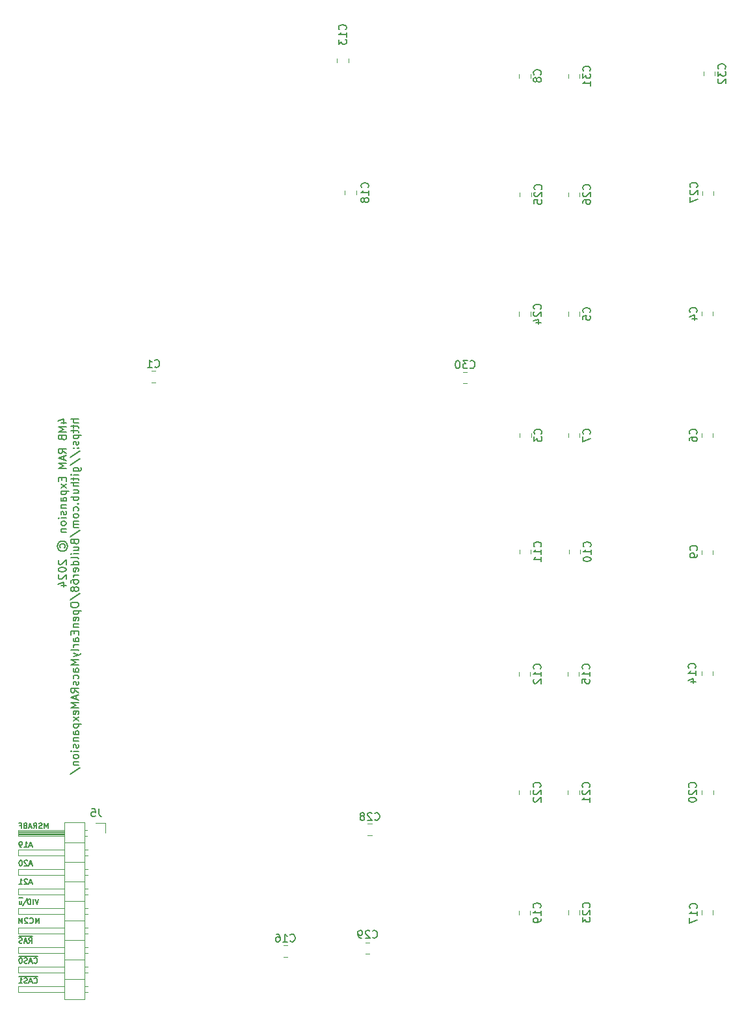
<source format=gbr>
%TF.GenerationSoftware,KiCad,Pcbnew,8.0.5*%
%TF.CreationDate,2024-11-24T09:32:11-04:00*%
%TF.ProjectId,RAMEXB_V21_Github,52414d45-5842-45f5-9632-315f47697468,rev?*%
%TF.SameCoordinates,Original*%
%TF.FileFunction,Legend,Bot*%
%TF.FilePolarity,Positive*%
%FSLAX46Y46*%
G04 Gerber Fmt 4.6, Leading zero omitted, Abs format (unit mm)*
G04 Created by KiCad (PCBNEW 8.0.5) date 2024-11-24 09:32:11*
%MOMM*%
%LPD*%
G01*
G04 APERTURE LIST*
%ADD10C,0.150000*%
%ADD11C,0.120000*%
G04 APERTURE END LIST*
D10*
X155321316Y-135954867D02*
X155554649Y-135621534D01*
X155721316Y-135954867D02*
X155721316Y-135254867D01*
X155721316Y-135254867D02*
X155454649Y-135254867D01*
X155454649Y-135254867D02*
X155387983Y-135288200D01*
X155387983Y-135288200D02*
X155354649Y-135321534D01*
X155354649Y-135321534D02*
X155321316Y-135388200D01*
X155321316Y-135388200D02*
X155321316Y-135488200D01*
X155321316Y-135488200D02*
X155354649Y-135554867D01*
X155354649Y-135554867D02*
X155387983Y-135588200D01*
X155387983Y-135588200D02*
X155454649Y-135621534D01*
X155454649Y-135621534D02*
X155721316Y-135621534D01*
X155054649Y-135754867D02*
X154721316Y-135754867D01*
X155121316Y-135954867D02*
X154887983Y-135254867D01*
X154887983Y-135254867D02*
X154654649Y-135954867D01*
X154454649Y-135921534D02*
X154354649Y-135954867D01*
X154354649Y-135954867D02*
X154187983Y-135954867D01*
X154187983Y-135954867D02*
X154121316Y-135921534D01*
X154121316Y-135921534D02*
X154087983Y-135888200D01*
X154087983Y-135888200D02*
X154054649Y-135821534D01*
X154054649Y-135821534D02*
X154054649Y-135754867D01*
X154054649Y-135754867D02*
X154087983Y-135688200D01*
X154087983Y-135688200D02*
X154121316Y-135654867D01*
X154121316Y-135654867D02*
X154187983Y-135621534D01*
X154187983Y-135621534D02*
X154321316Y-135588200D01*
X154321316Y-135588200D02*
X154387983Y-135554867D01*
X154387983Y-135554867D02*
X154421316Y-135521534D01*
X154421316Y-135521534D02*
X154454649Y-135454867D01*
X154454649Y-135454867D02*
X154454649Y-135388200D01*
X154454649Y-135388200D02*
X154421316Y-135321534D01*
X154421316Y-135321534D02*
X154387983Y-135288200D01*
X154387983Y-135288200D02*
X154321316Y-135254867D01*
X154321316Y-135254867D02*
X154154649Y-135254867D01*
X154154649Y-135254867D02*
X154054649Y-135288200D01*
X155817983Y-135060534D02*
X153991316Y-135060534D01*
X155987983Y-138504033D02*
X156021316Y-138537367D01*
X156021316Y-138537367D02*
X156121316Y-138570700D01*
X156121316Y-138570700D02*
X156187983Y-138570700D01*
X156187983Y-138570700D02*
X156287983Y-138537367D01*
X156287983Y-138537367D02*
X156354650Y-138470700D01*
X156354650Y-138470700D02*
X156387983Y-138404033D01*
X156387983Y-138404033D02*
X156421316Y-138270700D01*
X156421316Y-138270700D02*
X156421316Y-138170700D01*
X156421316Y-138170700D02*
X156387983Y-138037367D01*
X156387983Y-138037367D02*
X156354650Y-137970700D01*
X156354650Y-137970700D02*
X156287983Y-137904033D01*
X156287983Y-137904033D02*
X156187983Y-137870700D01*
X156187983Y-137870700D02*
X156121316Y-137870700D01*
X156121316Y-137870700D02*
X156021316Y-137904033D01*
X156021316Y-137904033D02*
X155987983Y-137937367D01*
X155721316Y-138370700D02*
X155387983Y-138370700D01*
X155787983Y-138570700D02*
X155554650Y-137870700D01*
X155554650Y-137870700D02*
X155321316Y-138570700D01*
X155121316Y-138537367D02*
X155021316Y-138570700D01*
X155021316Y-138570700D02*
X154854650Y-138570700D01*
X154854650Y-138570700D02*
X154787983Y-138537367D01*
X154787983Y-138537367D02*
X154754650Y-138504033D01*
X154754650Y-138504033D02*
X154721316Y-138437367D01*
X154721316Y-138437367D02*
X154721316Y-138370700D01*
X154721316Y-138370700D02*
X154754650Y-138304033D01*
X154754650Y-138304033D02*
X154787983Y-138270700D01*
X154787983Y-138270700D02*
X154854650Y-138237367D01*
X154854650Y-138237367D02*
X154987983Y-138204033D01*
X154987983Y-138204033D02*
X155054650Y-138170700D01*
X155054650Y-138170700D02*
X155087983Y-138137367D01*
X155087983Y-138137367D02*
X155121316Y-138070700D01*
X155121316Y-138070700D02*
X155121316Y-138004033D01*
X155121316Y-138004033D02*
X155087983Y-137937367D01*
X155087983Y-137937367D02*
X155054650Y-137904033D01*
X155054650Y-137904033D02*
X154987983Y-137870700D01*
X154987983Y-137870700D02*
X154821316Y-137870700D01*
X154821316Y-137870700D02*
X154721316Y-137904033D01*
X154287983Y-137870700D02*
X154221316Y-137870700D01*
X154221316Y-137870700D02*
X154154649Y-137904033D01*
X154154649Y-137904033D02*
X154121316Y-137937367D01*
X154121316Y-137937367D02*
X154087983Y-138004033D01*
X154087983Y-138004033D02*
X154054649Y-138137367D01*
X154054649Y-138137367D02*
X154054649Y-138304033D01*
X154054649Y-138304033D02*
X154087983Y-138437367D01*
X154087983Y-138437367D02*
X154121316Y-138504033D01*
X154121316Y-138504033D02*
X154154649Y-138537367D01*
X154154649Y-138537367D02*
X154221316Y-138570700D01*
X154221316Y-138570700D02*
X154287983Y-138570700D01*
X154287983Y-138570700D02*
X154354649Y-138537367D01*
X154354649Y-138537367D02*
X154387983Y-138504033D01*
X154387983Y-138504033D02*
X154421316Y-138437367D01*
X154421316Y-138437367D02*
X154454649Y-138304033D01*
X154454649Y-138304033D02*
X154454649Y-138137367D01*
X154454649Y-138137367D02*
X154421316Y-138004033D01*
X154421316Y-138004033D02*
X154387983Y-137937367D01*
X154387983Y-137937367D02*
X154354649Y-137904033D01*
X154354649Y-137904033D02*
X154287983Y-137870700D01*
X156484650Y-137676367D02*
X153991316Y-137676367D01*
X155987983Y-141119866D02*
X156021316Y-141153200D01*
X156021316Y-141153200D02*
X156121316Y-141186533D01*
X156121316Y-141186533D02*
X156187983Y-141186533D01*
X156187983Y-141186533D02*
X156287983Y-141153200D01*
X156287983Y-141153200D02*
X156354650Y-141086533D01*
X156354650Y-141086533D02*
X156387983Y-141019866D01*
X156387983Y-141019866D02*
X156421316Y-140886533D01*
X156421316Y-140886533D02*
X156421316Y-140786533D01*
X156421316Y-140786533D02*
X156387983Y-140653200D01*
X156387983Y-140653200D02*
X156354650Y-140586533D01*
X156354650Y-140586533D02*
X156287983Y-140519866D01*
X156287983Y-140519866D02*
X156187983Y-140486533D01*
X156187983Y-140486533D02*
X156121316Y-140486533D01*
X156121316Y-140486533D02*
X156021316Y-140519866D01*
X156021316Y-140519866D02*
X155987983Y-140553200D01*
X155721316Y-140986533D02*
X155387983Y-140986533D01*
X155787983Y-141186533D02*
X155554650Y-140486533D01*
X155554650Y-140486533D02*
X155321316Y-141186533D01*
X155121316Y-141153200D02*
X155021316Y-141186533D01*
X155021316Y-141186533D02*
X154854650Y-141186533D01*
X154854650Y-141186533D02*
X154787983Y-141153200D01*
X154787983Y-141153200D02*
X154754650Y-141119866D01*
X154754650Y-141119866D02*
X154721316Y-141053200D01*
X154721316Y-141053200D02*
X154721316Y-140986533D01*
X154721316Y-140986533D02*
X154754650Y-140919866D01*
X154754650Y-140919866D02*
X154787983Y-140886533D01*
X154787983Y-140886533D02*
X154854650Y-140853200D01*
X154854650Y-140853200D02*
X154987983Y-140819866D01*
X154987983Y-140819866D02*
X155054650Y-140786533D01*
X155054650Y-140786533D02*
X155087983Y-140753200D01*
X155087983Y-140753200D02*
X155121316Y-140686533D01*
X155121316Y-140686533D02*
X155121316Y-140619866D01*
X155121316Y-140619866D02*
X155087983Y-140553200D01*
X155087983Y-140553200D02*
X155054650Y-140519866D01*
X155054650Y-140519866D02*
X154987983Y-140486533D01*
X154987983Y-140486533D02*
X154821316Y-140486533D01*
X154821316Y-140486533D02*
X154721316Y-140519866D01*
X154054649Y-141186533D02*
X154454649Y-141186533D01*
X154254649Y-141186533D02*
X154254649Y-140486533D01*
X154254649Y-140486533D02*
X154321316Y-140586533D01*
X154321316Y-140586533D02*
X154387983Y-140653200D01*
X154387983Y-140653200D02*
X154454649Y-140686533D01*
X156484650Y-140292200D02*
X153991316Y-140292200D01*
X155721316Y-123250700D02*
X155387983Y-123250700D01*
X155787983Y-123450700D02*
X155554650Y-122750700D01*
X155554650Y-122750700D02*
X155321316Y-123450700D01*
X154721316Y-123450700D02*
X155121316Y-123450700D01*
X154921316Y-123450700D02*
X154921316Y-122750700D01*
X154921316Y-122750700D02*
X154987983Y-122850700D01*
X154987983Y-122850700D02*
X155054650Y-122917367D01*
X155054650Y-122917367D02*
X155121316Y-122950700D01*
X154387983Y-123450700D02*
X154254649Y-123450700D01*
X154254649Y-123450700D02*
X154187983Y-123417367D01*
X154187983Y-123417367D02*
X154154649Y-123384033D01*
X154154649Y-123384033D02*
X154087983Y-123284033D01*
X154087983Y-123284033D02*
X154054649Y-123150700D01*
X154054649Y-123150700D02*
X154054649Y-122884033D01*
X154054649Y-122884033D02*
X154087983Y-122817367D01*
X154087983Y-122817367D02*
X154121316Y-122784033D01*
X154121316Y-122784033D02*
X154187983Y-122750700D01*
X154187983Y-122750700D02*
X154321316Y-122750700D01*
X154321316Y-122750700D02*
X154387983Y-122784033D01*
X154387983Y-122784033D02*
X154421316Y-122817367D01*
X154421316Y-122817367D02*
X154454649Y-122884033D01*
X154454649Y-122884033D02*
X154454649Y-123050700D01*
X154454649Y-123050700D02*
X154421316Y-123117367D01*
X154421316Y-123117367D02*
X154387983Y-123150700D01*
X154387983Y-123150700D02*
X154321316Y-123184033D01*
X154321316Y-123184033D02*
X154187983Y-123184033D01*
X154187983Y-123184033D02*
X154121316Y-123150700D01*
X154121316Y-123150700D02*
X154087983Y-123117367D01*
X154087983Y-123117367D02*
X154054649Y-123050700D01*
X155721316Y-125674867D02*
X155387983Y-125674867D01*
X155787983Y-125874867D02*
X155554650Y-125174867D01*
X155554650Y-125174867D02*
X155321316Y-125874867D01*
X155121316Y-125241534D02*
X155087983Y-125208200D01*
X155087983Y-125208200D02*
X155021316Y-125174867D01*
X155021316Y-125174867D02*
X154854650Y-125174867D01*
X154854650Y-125174867D02*
X154787983Y-125208200D01*
X154787983Y-125208200D02*
X154754650Y-125241534D01*
X154754650Y-125241534D02*
X154721316Y-125308200D01*
X154721316Y-125308200D02*
X154721316Y-125374867D01*
X154721316Y-125374867D02*
X154754650Y-125474867D01*
X154754650Y-125474867D02*
X155154650Y-125874867D01*
X155154650Y-125874867D02*
X154721316Y-125874867D01*
X154287983Y-125174867D02*
X154221316Y-125174867D01*
X154221316Y-125174867D02*
X154154649Y-125208200D01*
X154154649Y-125208200D02*
X154121316Y-125241534D01*
X154121316Y-125241534D02*
X154087983Y-125308200D01*
X154087983Y-125308200D02*
X154054649Y-125441534D01*
X154054649Y-125441534D02*
X154054649Y-125608200D01*
X154054649Y-125608200D02*
X154087983Y-125741534D01*
X154087983Y-125741534D02*
X154121316Y-125808200D01*
X154121316Y-125808200D02*
X154154649Y-125841534D01*
X154154649Y-125841534D02*
X154221316Y-125874867D01*
X154221316Y-125874867D02*
X154287983Y-125874867D01*
X154287983Y-125874867D02*
X154354649Y-125841534D01*
X154354649Y-125841534D02*
X154387983Y-125808200D01*
X154387983Y-125808200D02*
X154421316Y-125741534D01*
X154421316Y-125741534D02*
X154454649Y-125608200D01*
X154454649Y-125608200D02*
X154454649Y-125441534D01*
X154454649Y-125441534D02*
X154421316Y-125308200D01*
X154421316Y-125308200D02*
X154387983Y-125241534D01*
X154387983Y-125241534D02*
X154354649Y-125208200D01*
X154354649Y-125208200D02*
X154287983Y-125174867D01*
X159493208Y-68205350D02*
X160159875Y-68205350D01*
X159112256Y-67967255D02*
X159826541Y-67729160D01*
X159826541Y-67729160D02*
X159826541Y-68348207D01*
X160159875Y-68729160D02*
X159159875Y-68729160D01*
X159159875Y-68729160D02*
X159874160Y-69062493D01*
X159874160Y-69062493D02*
X159159875Y-69395826D01*
X159159875Y-69395826D02*
X160159875Y-69395826D01*
X159636065Y-70205350D02*
X159683684Y-70348207D01*
X159683684Y-70348207D02*
X159731303Y-70395826D01*
X159731303Y-70395826D02*
X159826541Y-70443445D01*
X159826541Y-70443445D02*
X159969398Y-70443445D01*
X159969398Y-70443445D02*
X160064636Y-70395826D01*
X160064636Y-70395826D02*
X160112256Y-70348207D01*
X160112256Y-70348207D02*
X160159875Y-70252969D01*
X160159875Y-70252969D02*
X160159875Y-69872017D01*
X160159875Y-69872017D02*
X159159875Y-69872017D01*
X159159875Y-69872017D02*
X159159875Y-70205350D01*
X159159875Y-70205350D02*
X159207494Y-70300588D01*
X159207494Y-70300588D02*
X159255113Y-70348207D01*
X159255113Y-70348207D02*
X159350351Y-70395826D01*
X159350351Y-70395826D02*
X159445589Y-70395826D01*
X159445589Y-70395826D02*
X159540827Y-70348207D01*
X159540827Y-70348207D02*
X159588446Y-70300588D01*
X159588446Y-70300588D02*
X159636065Y-70205350D01*
X159636065Y-70205350D02*
X159636065Y-69872017D01*
X160159875Y-72205350D02*
X159683684Y-71872017D01*
X160159875Y-71633922D02*
X159159875Y-71633922D01*
X159159875Y-71633922D02*
X159159875Y-72014874D01*
X159159875Y-72014874D02*
X159207494Y-72110112D01*
X159207494Y-72110112D02*
X159255113Y-72157731D01*
X159255113Y-72157731D02*
X159350351Y-72205350D01*
X159350351Y-72205350D02*
X159493208Y-72205350D01*
X159493208Y-72205350D02*
X159588446Y-72157731D01*
X159588446Y-72157731D02*
X159636065Y-72110112D01*
X159636065Y-72110112D02*
X159683684Y-72014874D01*
X159683684Y-72014874D02*
X159683684Y-71633922D01*
X159874160Y-72586303D02*
X159874160Y-73062493D01*
X160159875Y-72491065D02*
X159159875Y-72824398D01*
X159159875Y-72824398D02*
X160159875Y-73157731D01*
X160159875Y-73491065D02*
X159159875Y-73491065D01*
X159159875Y-73491065D02*
X159874160Y-73824398D01*
X159874160Y-73824398D02*
X159159875Y-74157731D01*
X159159875Y-74157731D02*
X160159875Y-74157731D01*
X159636065Y-75395827D02*
X159636065Y-75729160D01*
X160159875Y-75872017D02*
X160159875Y-75395827D01*
X160159875Y-75395827D02*
X159159875Y-75395827D01*
X159159875Y-75395827D02*
X159159875Y-75872017D01*
X160159875Y-76205351D02*
X159493208Y-76729160D01*
X159493208Y-76205351D02*
X160159875Y-76729160D01*
X159493208Y-77110113D02*
X160493208Y-77110113D01*
X159540827Y-77110113D02*
X159493208Y-77205351D01*
X159493208Y-77205351D02*
X159493208Y-77395827D01*
X159493208Y-77395827D02*
X159540827Y-77491065D01*
X159540827Y-77491065D02*
X159588446Y-77538684D01*
X159588446Y-77538684D02*
X159683684Y-77586303D01*
X159683684Y-77586303D02*
X159969398Y-77586303D01*
X159969398Y-77586303D02*
X160064636Y-77538684D01*
X160064636Y-77538684D02*
X160112256Y-77491065D01*
X160112256Y-77491065D02*
X160159875Y-77395827D01*
X160159875Y-77395827D02*
X160159875Y-77205351D01*
X160159875Y-77205351D02*
X160112256Y-77110113D01*
X160159875Y-78443446D02*
X159636065Y-78443446D01*
X159636065Y-78443446D02*
X159540827Y-78395827D01*
X159540827Y-78395827D02*
X159493208Y-78300589D01*
X159493208Y-78300589D02*
X159493208Y-78110113D01*
X159493208Y-78110113D02*
X159540827Y-78014875D01*
X160112256Y-78443446D02*
X160159875Y-78348208D01*
X160159875Y-78348208D02*
X160159875Y-78110113D01*
X160159875Y-78110113D02*
X160112256Y-78014875D01*
X160112256Y-78014875D02*
X160017017Y-77967256D01*
X160017017Y-77967256D02*
X159921779Y-77967256D01*
X159921779Y-77967256D02*
X159826541Y-78014875D01*
X159826541Y-78014875D02*
X159778922Y-78110113D01*
X159778922Y-78110113D02*
X159778922Y-78348208D01*
X159778922Y-78348208D02*
X159731303Y-78443446D01*
X159493208Y-78919637D02*
X160159875Y-78919637D01*
X159588446Y-78919637D02*
X159540827Y-78967256D01*
X159540827Y-78967256D02*
X159493208Y-79062494D01*
X159493208Y-79062494D02*
X159493208Y-79205351D01*
X159493208Y-79205351D02*
X159540827Y-79300589D01*
X159540827Y-79300589D02*
X159636065Y-79348208D01*
X159636065Y-79348208D02*
X160159875Y-79348208D01*
X160112256Y-79776780D02*
X160159875Y-79872018D01*
X160159875Y-79872018D02*
X160159875Y-80062494D01*
X160159875Y-80062494D02*
X160112256Y-80157732D01*
X160112256Y-80157732D02*
X160017017Y-80205351D01*
X160017017Y-80205351D02*
X159969398Y-80205351D01*
X159969398Y-80205351D02*
X159874160Y-80157732D01*
X159874160Y-80157732D02*
X159826541Y-80062494D01*
X159826541Y-80062494D02*
X159826541Y-79919637D01*
X159826541Y-79919637D02*
X159778922Y-79824399D01*
X159778922Y-79824399D02*
X159683684Y-79776780D01*
X159683684Y-79776780D02*
X159636065Y-79776780D01*
X159636065Y-79776780D02*
X159540827Y-79824399D01*
X159540827Y-79824399D02*
X159493208Y-79919637D01*
X159493208Y-79919637D02*
X159493208Y-80062494D01*
X159493208Y-80062494D02*
X159540827Y-80157732D01*
X160159875Y-80633923D02*
X159493208Y-80633923D01*
X159159875Y-80633923D02*
X159207494Y-80586304D01*
X159207494Y-80586304D02*
X159255113Y-80633923D01*
X159255113Y-80633923D02*
X159207494Y-80681542D01*
X159207494Y-80681542D02*
X159159875Y-80633923D01*
X159159875Y-80633923D02*
X159255113Y-80633923D01*
X160159875Y-81252970D02*
X160112256Y-81157732D01*
X160112256Y-81157732D02*
X160064636Y-81110113D01*
X160064636Y-81110113D02*
X159969398Y-81062494D01*
X159969398Y-81062494D02*
X159683684Y-81062494D01*
X159683684Y-81062494D02*
X159588446Y-81110113D01*
X159588446Y-81110113D02*
X159540827Y-81157732D01*
X159540827Y-81157732D02*
X159493208Y-81252970D01*
X159493208Y-81252970D02*
X159493208Y-81395827D01*
X159493208Y-81395827D02*
X159540827Y-81491065D01*
X159540827Y-81491065D02*
X159588446Y-81538684D01*
X159588446Y-81538684D02*
X159683684Y-81586303D01*
X159683684Y-81586303D02*
X159969398Y-81586303D01*
X159969398Y-81586303D02*
X160064636Y-81538684D01*
X160064636Y-81538684D02*
X160112256Y-81491065D01*
X160112256Y-81491065D02*
X160159875Y-81395827D01*
X160159875Y-81395827D02*
X160159875Y-81252970D01*
X159493208Y-82014875D02*
X160159875Y-82014875D01*
X159588446Y-82014875D02*
X159540827Y-82062494D01*
X159540827Y-82062494D02*
X159493208Y-82157732D01*
X159493208Y-82157732D02*
X159493208Y-82300589D01*
X159493208Y-82300589D02*
X159540827Y-82395827D01*
X159540827Y-82395827D02*
X159636065Y-82443446D01*
X159636065Y-82443446D02*
X160159875Y-82443446D01*
X159397970Y-84491066D02*
X159350351Y-84395827D01*
X159350351Y-84395827D02*
X159350351Y-84205351D01*
X159350351Y-84205351D02*
X159397970Y-84110113D01*
X159397970Y-84110113D02*
X159493208Y-84014875D01*
X159493208Y-84014875D02*
X159588446Y-83967256D01*
X159588446Y-83967256D02*
X159778922Y-83967256D01*
X159778922Y-83967256D02*
X159874160Y-84014875D01*
X159874160Y-84014875D02*
X159969398Y-84110113D01*
X159969398Y-84110113D02*
X160017017Y-84205351D01*
X160017017Y-84205351D02*
X160017017Y-84395827D01*
X160017017Y-84395827D02*
X159969398Y-84491066D01*
X159017017Y-84300589D02*
X159064636Y-84062494D01*
X159064636Y-84062494D02*
X159207494Y-83824399D01*
X159207494Y-83824399D02*
X159445589Y-83681542D01*
X159445589Y-83681542D02*
X159683684Y-83633923D01*
X159683684Y-83633923D02*
X159921779Y-83681542D01*
X159921779Y-83681542D02*
X160159875Y-83824399D01*
X160159875Y-83824399D02*
X160302732Y-84062494D01*
X160302732Y-84062494D02*
X160350351Y-84300589D01*
X160350351Y-84300589D02*
X160302732Y-84538685D01*
X160302732Y-84538685D02*
X160159875Y-84776780D01*
X160159875Y-84776780D02*
X159921779Y-84919637D01*
X159921779Y-84919637D02*
X159683684Y-84967256D01*
X159683684Y-84967256D02*
X159445589Y-84919637D01*
X159445589Y-84919637D02*
X159207494Y-84776780D01*
X159207494Y-84776780D02*
X159064636Y-84538685D01*
X159064636Y-84538685D02*
X159017017Y-84300589D01*
X159255113Y-86110114D02*
X159207494Y-86157733D01*
X159207494Y-86157733D02*
X159159875Y-86252971D01*
X159159875Y-86252971D02*
X159159875Y-86491066D01*
X159159875Y-86491066D02*
X159207494Y-86586304D01*
X159207494Y-86586304D02*
X159255113Y-86633923D01*
X159255113Y-86633923D02*
X159350351Y-86681542D01*
X159350351Y-86681542D02*
X159445589Y-86681542D01*
X159445589Y-86681542D02*
X159588446Y-86633923D01*
X159588446Y-86633923D02*
X160159875Y-86062495D01*
X160159875Y-86062495D02*
X160159875Y-86681542D01*
X159159875Y-87300590D02*
X159159875Y-87395828D01*
X159159875Y-87395828D02*
X159207494Y-87491066D01*
X159207494Y-87491066D02*
X159255113Y-87538685D01*
X159255113Y-87538685D02*
X159350351Y-87586304D01*
X159350351Y-87586304D02*
X159540827Y-87633923D01*
X159540827Y-87633923D02*
X159778922Y-87633923D01*
X159778922Y-87633923D02*
X159969398Y-87586304D01*
X159969398Y-87586304D02*
X160064636Y-87538685D01*
X160064636Y-87538685D02*
X160112256Y-87491066D01*
X160112256Y-87491066D02*
X160159875Y-87395828D01*
X160159875Y-87395828D02*
X160159875Y-87300590D01*
X160159875Y-87300590D02*
X160112256Y-87205352D01*
X160112256Y-87205352D02*
X160064636Y-87157733D01*
X160064636Y-87157733D02*
X159969398Y-87110114D01*
X159969398Y-87110114D02*
X159778922Y-87062495D01*
X159778922Y-87062495D02*
X159540827Y-87062495D01*
X159540827Y-87062495D02*
X159350351Y-87110114D01*
X159350351Y-87110114D02*
X159255113Y-87157733D01*
X159255113Y-87157733D02*
X159207494Y-87205352D01*
X159207494Y-87205352D02*
X159159875Y-87300590D01*
X159255113Y-88014876D02*
X159207494Y-88062495D01*
X159207494Y-88062495D02*
X159159875Y-88157733D01*
X159159875Y-88157733D02*
X159159875Y-88395828D01*
X159159875Y-88395828D02*
X159207494Y-88491066D01*
X159207494Y-88491066D02*
X159255113Y-88538685D01*
X159255113Y-88538685D02*
X159350351Y-88586304D01*
X159350351Y-88586304D02*
X159445589Y-88586304D01*
X159445589Y-88586304D02*
X159588446Y-88538685D01*
X159588446Y-88538685D02*
X160159875Y-87967257D01*
X160159875Y-87967257D02*
X160159875Y-88586304D01*
X159493208Y-89443447D02*
X160159875Y-89443447D01*
X159112256Y-89205352D02*
X159826541Y-88967257D01*
X159826541Y-88967257D02*
X159826541Y-89586304D01*
X161769819Y-67776779D02*
X160769819Y-67776779D01*
X161769819Y-68205350D02*
X161246009Y-68205350D01*
X161246009Y-68205350D02*
X161150771Y-68157731D01*
X161150771Y-68157731D02*
X161103152Y-68062493D01*
X161103152Y-68062493D02*
X161103152Y-67919636D01*
X161103152Y-67919636D02*
X161150771Y-67824398D01*
X161150771Y-67824398D02*
X161198390Y-67776779D01*
X161103152Y-68538684D02*
X161103152Y-68919636D01*
X160769819Y-68681541D02*
X161626961Y-68681541D01*
X161626961Y-68681541D02*
X161722200Y-68729160D01*
X161722200Y-68729160D02*
X161769819Y-68824398D01*
X161769819Y-68824398D02*
X161769819Y-68919636D01*
X161103152Y-69110113D02*
X161103152Y-69491065D01*
X160769819Y-69252970D02*
X161626961Y-69252970D01*
X161626961Y-69252970D02*
X161722200Y-69300589D01*
X161722200Y-69300589D02*
X161769819Y-69395827D01*
X161769819Y-69395827D02*
X161769819Y-69491065D01*
X161103152Y-69824399D02*
X162103152Y-69824399D01*
X161150771Y-69824399D02*
X161103152Y-69919637D01*
X161103152Y-69919637D02*
X161103152Y-70110113D01*
X161103152Y-70110113D02*
X161150771Y-70205351D01*
X161150771Y-70205351D02*
X161198390Y-70252970D01*
X161198390Y-70252970D02*
X161293628Y-70300589D01*
X161293628Y-70300589D02*
X161579342Y-70300589D01*
X161579342Y-70300589D02*
X161674580Y-70252970D01*
X161674580Y-70252970D02*
X161722200Y-70205351D01*
X161722200Y-70205351D02*
X161769819Y-70110113D01*
X161769819Y-70110113D02*
X161769819Y-69919637D01*
X161769819Y-69919637D02*
X161722200Y-69824399D01*
X161722200Y-70681542D02*
X161769819Y-70776780D01*
X161769819Y-70776780D02*
X161769819Y-70967256D01*
X161769819Y-70967256D02*
X161722200Y-71062494D01*
X161722200Y-71062494D02*
X161626961Y-71110113D01*
X161626961Y-71110113D02*
X161579342Y-71110113D01*
X161579342Y-71110113D02*
X161484104Y-71062494D01*
X161484104Y-71062494D02*
X161436485Y-70967256D01*
X161436485Y-70967256D02*
X161436485Y-70824399D01*
X161436485Y-70824399D02*
X161388866Y-70729161D01*
X161388866Y-70729161D02*
X161293628Y-70681542D01*
X161293628Y-70681542D02*
X161246009Y-70681542D01*
X161246009Y-70681542D02*
X161150771Y-70729161D01*
X161150771Y-70729161D02*
X161103152Y-70824399D01*
X161103152Y-70824399D02*
X161103152Y-70967256D01*
X161103152Y-70967256D02*
X161150771Y-71062494D01*
X161674580Y-71538685D02*
X161722200Y-71586304D01*
X161722200Y-71586304D02*
X161769819Y-71538685D01*
X161769819Y-71538685D02*
X161722200Y-71491066D01*
X161722200Y-71491066D02*
X161674580Y-71538685D01*
X161674580Y-71538685D02*
X161769819Y-71538685D01*
X161150771Y-71538685D02*
X161198390Y-71586304D01*
X161198390Y-71586304D02*
X161246009Y-71538685D01*
X161246009Y-71538685D02*
X161198390Y-71491066D01*
X161198390Y-71491066D02*
X161150771Y-71538685D01*
X161150771Y-71538685D02*
X161246009Y-71538685D01*
X160722200Y-72729160D02*
X162007914Y-71872018D01*
X160722200Y-73776779D02*
X162007914Y-72919637D01*
X161103152Y-74538684D02*
X161912676Y-74538684D01*
X161912676Y-74538684D02*
X162007914Y-74491065D01*
X162007914Y-74491065D02*
X162055533Y-74443446D01*
X162055533Y-74443446D02*
X162103152Y-74348208D01*
X162103152Y-74348208D02*
X162103152Y-74205351D01*
X162103152Y-74205351D02*
X162055533Y-74110113D01*
X161722200Y-74538684D02*
X161769819Y-74443446D01*
X161769819Y-74443446D02*
X161769819Y-74252970D01*
X161769819Y-74252970D02*
X161722200Y-74157732D01*
X161722200Y-74157732D02*
X161674580Y-74110113D01*
X161674580Y-74110113D02*
X161579342Y-74062494D01*
X161579342Y-74062494D02*
X161293628Y-74062494D01*
X161293628Y-74062494D02*
X161198390Y-74110113D01*
X161198390Y-74110113D02*
X161150771Y-74157732D01*
X161150771Y-74157732D02*
X161103152Y-74252970D01*
X161103152Y-74252970D02*
X161103152Y-74443446D01*
X161103152Y-74443446D02*
X161150771Y-74538684D01*
X161769819Y-75014875D02*
X161103152Y-75014875D01*
X160769819Y-75014875D02*
X160817438Y-74967256D01*
X160817438Y-74967256D02*
X160865057Y-75014875D01*
X160865057Y-75014875D02*
X160817438Y-75062494D01*
X160817438Y-75062494D02*
X160769819Y-75014875D01*
X160769819Y-75014875D02*
X160865057Y-75014875D01*
X161103152Y-75348208D02*
X161103152Y-75729160D01*
X160769819Y-75491065D02*
X161626961Y-75491065D01*
X161626961Y-75491065D02*
X161722200Y-75538684D01*
X161722200Y-75538684D02*
X161769819Y-75633922D01*
X161769819Y-75633922D02*
X161769819Y-75729160D01*
X161769819Y-76062494D02*
X160769819Y-76062494D01*
X161769819Y-76491065D02*
X161246009Y-76491065D01*
X161246009Y-76491065D02*
X161150771Y-76443446D01*
X161150771Y-76443446D02*
X161103152Y-76348208D01*
X161103152Y-76348208D02*
X161103152Y-76205351D01*
X161103152Y-76205351D02*
X161150771Y-76110113D01*
X161150771Y-76110113D02*
X161198390Y-76062494D01*
X161103152Y-77395827D02*
X161769819Y-77395827D01*
X161103152Y-76967256D02*
X161626961Y-76967256D01*
X161626961Y-76967256D02*
X161722200Y-77014875D01*
X161722200Y-77014875D02*
X161769819Y-77110113D01*
X161769819Y-77110113D02*
X161769819Y-77252970D01*
X161769819Y-77252970D02*
X161722200Y-77348208D01*
X161722200Y-77348208D02*
X161674580Y-77395827D01*
X161769819Y-77872018D02*
X160769819Y-77872018D01*
X161150771Y-77872018D02*
X161103152Y-77967256D01*
X161103152Y-77967256D02*
X161103152Y-78157732D01*
X161103152Y-78157732D02*
X161150771Y-78252970D01*
X161150771Y-78252970D02*
X161198390Y-78300589D01*
X161198390Y-78300589D02*
X161293628Y-78348208D01*
X161293628Y-78348208D02*
X161579342Y-78348208D01*
X161579342Y-78348208D02*
X161674580Y-78300589D01*
X161674580Y-78300589D02*
X161722200Y-78252970D01*
X161722200Y-78252970D02*
X161769819Y-78157732D01*
X161769819Y-78157732D02*
X161769819Y-77967256D01*
X161769819Y-77967256D02*
X161722200Y-77872018D01*
X161674580Y-78776780D02*
X161722200Y-78824399D01*
X161722200Y-78824399D02*
X161769819Y-78776780D01*
X161769819Y-78776780D02*
X161722200Y-78729161D01*
X161722200Y-78729161D02*
X161674580Y-78776780D01*
X161674580Y-78776780D02*
X161769819Y-78776780D01*
X161722200Y-79681541D02*
X161769819Y-79586303D01*
X161769819Y-79586303D02*
X161769819Y-79395827D01*
X161769819Y-79395827D02*
X161722200Y-79300589D01*
X161722200Y-79300589D02*
X161674580Y-79252970D01*
X161674580Y-79252970D02*
X161579342Y-79205351D01*
X161579342Y-79205351D02*
X161293628Y-79205351D01*
X161293628Y-79205351D02*
X161198390Y-79252970D01*
X161198390Y-79252970D02*
X161150771Y-79300589D01*
X161150771Y-79300589D02*
X161103152Y-79395827D01*
X161103152Y-79395827D02*
X161103152Y-79586303D01*
X161103152Y-79586303D02*
X161150771Y-79681541D01*
X161769819Y-80252970D02*
X161722200Y-80157732D01*
X161722200Y-80157732D02*
X161674580Y-80110113D01*
X161674580Y-80110113D02*
X161579342Y-80062494D01*
X161579342Y-80062494D02*
X161293628Y-80062494D01*
X161293628Y-80062494D02*
X161198390Y-80110113D01*
X161198390Y-80110113D02*
X161150771Y-80157732D01*
X161150771Y-80157732D02*
X161103152Y-80252970D01*
X161103152Y-80252970D02*
X161103152Y-80395827D01*
X161103152Y-80395827D02*
X161150771Y-80491065D01*
X161150771Y-80491065D02*
X161198390Y-80538684D01*
X161198390Y-80538684D02*
X161293628Y-80586303D01*
X161293628Y-80586303D02*
X161579342Y-80586303D01*
X161579342Y-80586303D02*
X161674580Y-80538684D01*
X161674580Y-80538684D02*
X161722200Y-80491065D01*
X161722200Y-80491065D02*
X161769819Y-80395827D01*
X161769819Y-80395827D02*
X161769819Y-80252970D01*
X161769819Y-81014875D02*
X161103152Y-81014875D01*
X161198390Y-81014875D02*
X161150771Y-81062494D01*
X161150771Y-81062494D02*
X161103152Y-81157732D01*
X161103152Y-81157732D02*
X161103152Y-81300589D01*
X161103152Y-81300589D02*
X161150771Y-81395827D01*
X161150771Y-81395827D02*
X161246009Y-81443446D01*
X161246009Y-81443446D02*
X161769819Y-81443446D01*
X161246009Y-81443446D02*
X161150771Y-81491065D01*
X161150771Y-81491065D02*
X161103152Y-81586303D01*
X161103152Y-81586303D02*
X161103152Y-81729160D01*
X161103152Y-81729160D02*
X161150771Y-81824399D01*
X161150771Y-81824399D02*
X161246009Y-81872018D01*
X161246009Y-81872018D02*
X161769819Y-81872018D01*
X160722200Y-83062493D02*
X162007914Y-82205351D01*
X161246009Y-83729160D02*
X161293628Y-83872017D01*
X161293628Y-83872017D02*
X161341247Y-83919636D01*
X161341247Y-83919636D02*
X161436485Y-83967255D01*
X161436485Y-83967255D02*
X161579342Y-83967255D01*
X161579342Y-83967255D02*
X161674580Y-83919636D01*
X161674580Y-83919636D02*
X161722200Y-83872017D01*
X161722200Y-83872017D02*
X161769819Y-83776779D01*
X161769819Y-83776779D02*
X161769819Y-83395827D01*
X161769819Y-83395827D02*
X160769819Y-83395827D01*
X160769819Y-83395827D02*
X160769819Y-83729160D01*
X160769819Y-83729160D02*
X160817438Y-83824398D01*
X160817438Y-83824398D02*
X160865057Y-83872017D01*
X160865057Y-83872017D02*
X160960295Y-83919636D01*
X160960295Y-83919636D02*
X161055533Y-83919636D01*
X161055533Y-83919636D02*
X161150771Y-83872017D01*
X161150771Y-83872017D02*
X161198390Y-83824398D01*
X161198390Y-83824398D02*
X161246009Y-83729160D01*
X161246009Y-83729160D02*
X161246009Y-83395827D01*
X161103152Y-84824398D02*
X161769819Y-84824398D01*
X161103152Y-84395827D02*
X161626961Y-84395827D01*
X161626961Y-84395827D02*
X161722200Y-84443446D01*
X161722200Y-84443446D02*
X161769819Y-84538684D01*
X161769819Y-84538684D02*
X161769819Y-84681541D01*
X161769819Y-84681541D02*
X161722200Y-84776779D01*
X161722200Y-84776779D02*
X161674580Y-84824398D01*
X161769819Y-85300589D02*
X161103152Y-85300589D01*
X160769819Y-85300589D02*
X160817438Y-85252970D01*
X160817438Y-85252970D02*
X160865057Y-85300589D01*
X160865057Y-85300589D02*
X160817438Y-85348208D01*
X160817438Y-85348208D02*
X160769819Y-85300589D01*
X160769819Y-85300589D02*
X160865057Y-85300589D01*
X161769819Y-85919636D02*
X161722200Y-85824398D01*
X161722200Y-85824398D02*
X161626961Y-85776779D01*
X161626961Y-85776779D02*
X160769819Y-85776779D01*
X161769819Y-86729160D02*
X160769819Y-86729160D01*
X161722200Y-86729160D02*
X161769819Y-86633922D01*
X161769819Y-86633922D02*
X161769819Y-86443446D01*
X161769819Y-86443446D02*
X161722200Y-86348208D01*
X161722200Y-86348208D02*
X161674580Y-86300589D01*
X161674580Y-86300589D02*
X161579342Y-86252970D01*
X161579342Y-86252970D02*
X161293628Y-86252970D01*
X161293628Y-86252970D02*
X161198390Y-86300589D01*
X161198390Y-86300589D02*
X161150771Y-86348208D01*
X161150771Y-86348208D02*
X161103152Y-86443446D01*
X161103152Y-86443446D02*
X161103152Y-86633922D01*
X161103152Y-86633922D02*
X161150771Y-86729160D01*
X161722200Y-87586303D02*
X161769819Y-87491065D01*
X161769819Y-87491065D02*
X161769819Y-87300589D01*
X161769819Y-87300589D02*
X161722200Y-87205351D01*
X161722200Y-87205351D02*
X161626961Y-87157732D01*
X161626961Y-87157732D02*
X161246009Y-87157732D01*
X161246009Y-87157732D02*
X161150771Y-87205351D01*
X161150771Y-87205351D02*
X161103152Y-87300589D01*
X161103152Y-87300589D02*
X161103152Y-87491065D01*
X161103152Y-87491065D02*
X161150771Y-87586303D01*
X161150771Y-87586303D02*
X161246009Y-87633922D01*
X161246009Y-87633922D02*
X161341247Y-87633922D01*
X161341247Y-87633922D02*
X161436485Y-87157732D01*
X161769819Y-88062494D02*
X161103152Y-88062494D01*
X161293628Y-88062494D02*
X161198390Y-88110113D01*
X161198390Y-88110113D02*
X161150771Y-88157732D01*
X161150771Y-88157732D02*
X161103152Y-88252970D01*
X161103152Y-88252970D02*
X161103152Y-88348208D01*
X160769819Y-89110113D02*
X160769819Y-88919637D01*
X160769819Y-88919637D02*
X160817438Y-88824399D01*
X160817438Y-88824399D02*
X160865057Y-88776780D01*
X160865057Y-88776780D02*
X161007914Y-88681542D01*
X161007914Y-88681542D02*
X161198390Y-88633923D01*
X161198390Y-88633923D02*
X161579342Y-88633923D01*
X161579342Y-88633923D02*
X161674580Y-88681542D01*
X161674580Y-88681542D02*
X161722200Y-88729161D01*
X161722200Y-88729161D02*
X161769819Y-88824399D01*
X161769819Y-88824399D02*
X161769819Y-89014875D01*
X161769819Y-89014875D02*
X161722200Y-89110113D01*
X161722200Y-89110113D02*
X161674580Y-89157732D01*
X161674580Y-89157732D02*
X161579342Y-89205351D01*
X161579342Y-89205351D02*
X161341247Y-89205351D01*
X161341247Y-89205351D02*
X161246009Y-89157732D01*
X161246009Y-89157732D02*
X161198390Y-89110113D01*
X161198390Y-89110113D02*
X161150771Y-89014875D01*
X161150771Y-89014875D02*
X161150771Y-88824399D01*
X161150771Y-88824399D02*
X161198390Y-88729161D01*
X161198390Y-88729161D02*
X161246009Y-88681542D01*
X161246009Y-88681542D02*
X161341247Y-88633923D01*
X161198390Y-89776780D02*
X161150771Y-89681542D01*
X161150771Y-89681542D02*
X161103152Y-89633923D01*
X161103152Y-89633923D02*
X161007914Y-89586304D01*
X161007914Y-89586304D02*
X160960295Y-89586304D01*
X160960295Y-89586304D02*
X160865057Y-89633923D01*
X160865057Y-89633923D02*
X160817438Y-89681542D01*
X160817438Y-89681542D02*
X160769819Y-89776780D01*
X160769819Y-89776780D02*
X160769819Y-89967256D01*
X160769819Y-89967256D02*
X160817438Y-90062494D01*
X160817438Y-90062494D02*
X160865057Y-90110113D01*
X160865057Y-90110113D02*
X160960295Y-90157732D01*
X160960295Y-90157732D02*
X161007914Y-90157732D01*
X161007914Y-90157732D02*
X161103152Y-90110113D01*
X161103152Y-90110113D02*
X161150771Y-90062494D01*
X161150771Y-90062494D02*
X161198390Y-89967256D01*
X161198390Y-89967256D02*
X161198390Y-89776780D01*
X161198390Y-89776780D02*
X161246009Y-89681542D01*
X161246009Y-89681542D02*
X161293628Y-89633923D01*
X161293628Y-89633923D02*
X161388866Y-89586304D01*
X161388866Y-89586304D02*
X161579342Y-89586304D01*
X161579342Y-89586304D02*
X161674580Y-89633923D01*
X161674580Y-89633923D02*
X161722200Y-89681542D01*
X161722200Y-89681542D02*
X161769819Y-89776780D01*
X161769819Y-89776780D02*
X161769819Y-89967256D01*
X161769819Y-89967256D02*
X161722200Y-90062494D01*
X161722200Y-90062494D02*
X161674580Y-90110113D01*
X161674580Y-90110113D02*
X161579342Y-90157732D01*
X161579342Y-90157732D02*
X161388866Y-90157732D01*
X161388866Y-90157732D02*
X161293628Y-90110113D01*
X161293628Y-90110113D02*
X161246009Y-90062494D01*
X161246009Y-90062494D02*
X161198390Y-89967256D01*
X160722200Y-91300589D02*
X162007914Y-90443447D01*
X160769819Y-91824399D02*
X160769819Y-92014875D01*
X160769819Y-92014875D02*
X160817438Y-92110113D01*
X160817438Y-92110113D02*
X160912676Y-92205351D01*
X160912676Y-92205351D02*
X161103152Y-92252970D01*
X161103152Y-92252970D02*
X161436485Y-92252970D01*
X161436485Y-92252970D02*
X161626961Y-92205351D01*
X161626961Y-92205351D02*
X161722200Y-92110113D01*
X161722200Y-92110113D02*
X161769819Y-92014875D01*
X161769819Y-92014875D02*
X161769819Y-91824399D01*
X161769819Y-91824399D02*
X161722200Y-91729161D01*
X161722200Y-91729161D02*
X161626961Y-91633923D01*
X161626961Y-91633923D02*
X161436485Y-91586304D01*
X161436485Y-91586304D02*
X161103152Y-91586304D01*
X161103152Y-91586304D02*
X160912676Y-91633923D01*
X160912676Y-91633923D02*
X160817438Y-91729161D01*
X160817438Y-91729161D02*
X160769819Y-91824399D01*
X161103152Y-92681542D02*
X162103152Y-92681542D01*
X161150771Y-92681542D02*
X161103152Y-92776780D01*
X161103152Y-92776780D02*
X161103152Y-92967256D01*
X161103152Y-92967256D02*
X161150771Y-93062494D01*
X161150771Y-93062494D02*
X161198390Y-93110113D01*
X161198390Y-93110113D02*
X161293628Y-93157732D01*
X161293628Y-93157732D02*
X161579342Y-93157732D01*
X161579342Y-93157732D02*
X161674580Y-93110113D01*
X161674580Y-93110113D02*
X161722200Y-93062494D01*
X161722200Y-93062494D02*
X161769819Y-92967256D01*
X161769819Y-92967256D02*
X161769819Y-92776780D01*
X161769819Y-92776780D02*
X161722200Y-92681542D01*
X161722200Y-93967256D02*
X161769819Y-93872018D01*
X161769819Y-93872018D02*
X161769819Y-93681542D01*
X161769819Y-93681542D02*
X161722200Y-93586304D01*
X161722200Y-93586304D02*
X161626961Y-93538685D01*
X161626961Y-93538685D02*
X161246009Y-93538685D01*
X161246009Y-93538685D02*
X161150771Y-93586304D01*
X161150771Y-93586304D02*
X161103152Y-93681542D01*
X161103152Y-93681542D02*
X161103152Y-93872018D01*
X161103152Y-93872018D02*
X161150771Y-93967256D01*
X161150771Y-93967256D02*
X161246009Y-94014875D01*
X161246009Y-94014875D02*
X161341247Y-94014875D01*
X161341247Y-94014875D02*
X161436485Y-93538685D01*
X161103152Y-94443447D02*
X161769819Y-94443447D01*
X161198390Y-94443447D02*
X161150771Y-94491066D01*
X161150771Y-94491066D02*
X161103152Y-94586304D01*
X161103152Y-94586304D02*
X161103152Y-94729161D01*
X161103152Y-94729161D02*
X161150771Y-94824399D01*
X161150771Y-94824399D02*
X161246009Y-94872018D01*
X161246009Y-94872018D02*
X161769819Y-94872018D01*
X161246009Y-95348209D02*
X161246009Y-95681542D01*
X161769819Y-95824399D02*
X161769819Y-95348209D01*
X161769819Y-95348209D02*
X160769819Y-95348209D01*
X160769819Y-95348209D02*
X160769819Y-95824399D01*
X161769819Y-96681542D02*
X161246009Y-96681542D01*
X161246009Y-96681542D02*
X161150771Y-96633923D01*
X161150771Y-96633923D02*
X161103152Y-96538685D01*
X161103152Y-96538685D02*
X161103152Y-96348209D01*
X161103152Y-96348209D02*
X161150771Y-96252971D01*
X161722200Y-96681542D02*
X161769819Y-96586304D01*
X161769819Y-96586304D02*
X161769819Y-96348209D01*
X161769819Y-96348209D02*
X161722200Y-96252971D01*
X161722200Y-96252971D02*
X161626961Y-96205352D01*
X161626961Y-96205352D02*
X161531723Y-96205352D01*
X161531723Y-96205352D02*
X161436485Y-96252971D01*
X161436485Y-96252971D02*
X161388866Y-96348209D01*
X161388866Y-96348209D02*
X161388866Y-96586304D01*
X161388866Y-96586304D02*
X161341247Y-96681542D01*
X161769819Y-97157733D02*
X161103152Y-97157733D01*
X161293628Y-97157733D02*
X161198390Y-97205352D01*
X161198390Y-97205352D02*
X161150771Y-97252971D01*
X161150771Y-97252971D02*
X161103152Y-97348209D01*
X161103152Y-97348209D02*
X161103152Y-97443447D01*
X161769819Y-97919638D02*
X161722200Y-97824400D01*
X161722200Y-97824400D02*
X161626961Y-97776781D01*
X161626961Y-97776781D02*
X160769819Y-97776781D01*
X161103152Y-98205353D02*
X161769819Y-98443448D01*
X161103152Y-98681543D02*
X161769819Y-98443448D01*
X161769819Y-98443448D02*
X162007914Y-98348210D01*
X162007914Y-98348210D02*
X162055533Y-98300591D01*
X162055533Y-98300591D02*
X162103152Y-98205353D01*
X161769819Y-99062496D02*
X160769819Y-99062496D01*
X160769819Y-99062496D02*
X161484104Y-99395829D01*
X161484104Y-99395829D02*
X160769819Y-99729162D01*
X160769819Y-99729162D02*
X161769819Y-99729162D01*
X161769819Y-100633924D02*
X161246009Y-100633924D01*
X161246009Y-100633924D02*
X161150771Y-100586305D01*
X161150771Y-100586305D02*
X161103152Y-100491067D01*
X161103152Y-100491067D02*
X161103152Y-100300591D01*
X161103152Y-100300591D02*
X161150771Y-100205353D01*
X161722200Y-100633924D02*
X161769819Y-100538686D01*
X161769819Y-100538686D02*
X161769819Y-100300591D01*
X161769819Y-100300591D02*
X161722200Y-100205353D01*
X161722200Y-100205353D02*
X161626961Y-100157734D01*
X161626961Y-100157734D02*
X161531723Y-100157734D01*
X161531723Y-100157734D02*
X161436485Y-100205353D01*
X161436485Y-100205353D02*
X161388866Y-100300591D01*
X161388866Y-100300591D02*
X161388866Y-100538686D01*
X161388866Y-100538686D02*
X161341247Y-100633924D01*
X161722200Y-101538686D02*
X161769819Y-101443448D01*
X161769819Y-101443448D02*
X161769819Y-101252972D01*
X161769819Y-101252972D02*
X161722200Y-101157734D01*
X161722200Y-101157734D02*
X161674580Y-101110115D01*
X161674580Y-101110115D02*
X161579342Y-101062496D01*
X161579342Y-101062496D02*
X161293628Y-101062496D01*
X161293628Y-101062496D02*
X161198390Y-101110115D01*
X161198390Y-101110115D02*
X161150771Y-101157734D01*
X161150771Y-101157734D02*
X161103152Y-101252972D01*
X161103152Y-101252972D02*
X161103152Y-101443448D01*
X161103152Y-101443448D02*
X161150771Y-101538686D01*
X161722200Y-101919639D02*
X161769819Y-102014877D01*
X161769819Y-102014877D02*
X161769819Y-102205353D01*
X161769819Y-102205353D02*
X161722200Y-102300591D01*
X161722200Y-102300591D02*
X161626961Y-102348210D01*
X161626961Y-102348210D02*
X161579342Y-102348210D01*
X161579342Y-102348210D02*
X161484104Y-102300591D01*
X161484104Y-102300591D02*
X161436485Y-102205353D01*
X161436485Y-102205353D02*
X161436485Y-102062496D01*
X161436485Y-102062496D02*
X161388866Y-101967258D01*
X161388866Y-101967258D02*
X161293628Y-101919639D01*
X161293628Y-101919639D02*
X161246009Y-101919639D01*
X161246009Y-101919639D02*
X161150771Y-101967258D01*
X161150771Y-101967258D02*
X161103152Y-102062496D01*
X161103152Y-102062496D02*
X161103152Y-102205353D01*
X161103152Y-102205353D02*
X161150771Y-102300591D01*
X161769819Y-103348210D02*
X161293628Y-103014877D01*
X161769819Y-102776782D02*
X160769819Y-102776782D01*
X160769819Y-102776782D02*
X160769819Y-103157734D01*
X160769819Y-103157734D02*
X160817438Y-103252972D01*
X160817438Y-103252972D02*
X160865057Y-103300591D01*
X160865057Y-103300591D02*
X160960295Y-103348210D01*
X160960295Y-103348210D02*
X161103152Y-103348210D01*
X161103152Y-103348210D02*
X161198390Y-103300591D01*
X161198390Y-103300591D02*
X161246009Y-103252972D01*
X161246009Y-103252972D02*
X161293628Y-103157734D01*
X161293628Y-103157734D02*
X161293628Y-102776782D01*
X161484104Y-103729163D02*
X161484104Y-104205353D01*
X161769819Y-103633925D02*
X160769819Y-103967258D01*
X160769819Y-103967258D02*
X161769819Y-104300591D01*
X161769819Y-104633925D02*
X160769819Y-104633925D01*
X160769819Y-104633925D02*
X161484104Y-104967258D01*
X161484104Y-104967258D02*
X160769819Y-105300591D01*
X160769819Y-105300591D02*
X161769819Y-105300591D01*
X161722200Y-106157734D02*
X161769819Y-106062496D01*
X161769819Y-106062496D02*
X161769819Y-105872020D01*
X161769819Y-105872020D02*
X161722200Y-105776782D01*
X161722200Y-105776782D02*
X161626961Y-105729163D01*
X161626961Y-105729163D02*
X161246009Y-105729163D01*
X161246009Y-105729163D02*
X161150771Y-105776782D01*
X161150771Y-105776782D02*
X161103152Y-105872020D01*
X161103152Y-105872020D02*
X161103152Y-106062496D01*
X161103152Y-106062496D02*
X161150771Y-106157734D01*
X161150771Y-106157734D02*
X161246009Y-106205353D01*
X161246009Y-106205353D02*
X161341247Y-106205353D01*
X161341247Y-106205353D02*
X161436485Y-105729163D01*
X161769819Y-106538687D02*
X161103152Y-107062496D01*
X161103152Y-106538687D02*
X161769819Y-107062496D01*
X161103152Y-107443449D02*
X162103152Y-107443449D01*
X161150771Y-107443449D02*
X161103152Y-107538687D01*
X161103152Y-107538687D02*
X161103152Y-107729163D01*
X161103152Y-107729163D02*
X161150771Y-107824401D01*
X161150771Y-107824401D02*
X161198390Y-107872020D01*
X161198390Y-107872020D02*
X161293628Y-107919639D01*
X161293628Y-107919639D02*
X161579342Y-107919639D01*
X161579342Y-107919639D02*
X161674580Y-107872020D01*
X161674580Y-107872020D02*
X161722200Y-107824401D01*
X161722200Y-107824401D02*
X161769819Y-107729163D01*
X161769819Y-107729163D02*
X161769819Y-107538687D01*
X161769819Y-107538687D02*
X161722200Y-107443449D01*
X161769819Y-108776782D02*
X161246009Y-108776782D01*
X161246009Y-108776782D02*
X161150771Y-108729163D01*
X161150771Y-108729163D02*
X161103152Y-108633925D01*
X161103152Y-108633925D02*
X161103152Y-108443449D01*
X161103152Y-108443449D02*
X161150771Y-108348211D01*
X161722200Y-108776782D02*
X161769819Y-108681544D01*
X161769819Y-108681544D02*
X161769819Y-108443449D01*
X161769819Y-108443449D02*
X161722200Y-108348211D01*
X161722200Y-108348211D02*
X161626961Y-108300592D01*
X161626961Y-108300592D02*
X161531723Y-108300592D01*
X161531723Y-108300592D02*
X161436485Y-108348211D01*
X161436485Y-108348211D02*
X161388866Y-108443449D01*
X161388866Y-108443449D02*
X161388866Y-108681544D01*
X161388866Y-108681544D02*
X161341247Y-108776782D01*
X161103152Y-109252973D02*
X161769819Y-109252973D01*
X161198390Y-109252973D02*
X161150771Y-109300592D01*
X161150771Y-109300592D02*
X161103152Y-109395830D01*
X161103152Y-109395830D02*
X161103152Y-109538687D01*
X161103152Y-109538687D02*
X161150771Y-109633925D01*
X161150771Y-109633925D02*
X161246009Y-109681544D01*
X161246009Y-109681544D02*
X161769819Y-109681544D01*
X161722200Y-110110116D02*
X161769819Y-110205354D01*
X161769819Y-110205354D02*
X161769819Y-110395830D01*
X161769819Y-110395830D02*
X161722200Y-110491068D01*
X161722200Y-110491068D02*
X161626961Y-110538687D01*
X161626961Y-110538687D02*
X161579342Y-110538687D01*
X161579342Y-110538687D02*
X161484104Y-110491068D01*
X161484104Y-110491068D02*
X161436485Y-110395830D01*
X161436485Y-110395830D02*
X161436485Y-110252973D01*
X161436485Y-110252973D02*
X161388866Y-110157735D01*
X161388866Y-110157735D02*
X161293628Y-110110116D01*
X161293628Y-110110116D02*
X161246009Y-110110116D01*
X161246009Y-110110116D02*
X161150771Y-110157735D01*
X161150771Y-110157735D02*
X161103152Y-110252973D01*
X161103152Y-110252973D02*
X161103152Y-110395830D01*
X161103152Y-110395830D02*
X161150771Y-110491068D01*
X161769819Y-110967259D02*
X161103152Y-110967259D01*
X160769819Y-110967259D02*
X160817438Y-110919640D01*
X160817438Y-110919640D02*
X160865057Y-110967259D01*
X160865057Y-110967259D02*
X160817438Y-111014878D01*
X160817438Y-111014878D02*
X160769819Y-110967259D01*
X160769819Y-110967259D02*
X160865057Y-110967259D01*
X161769819Y-111586306D02*
X161722200Y-111491068D01*
X161722200Y-111491068D02*
X161674580Y-111443449D01*
X161674580Y-111443449D02*
X161579342Y-111395830D01*
X161579342Y-111395830D02*
X161293628Y-111395830D01*
X161293628Y-111395830D02*
X161198390Y-111443449D01*
X161198390Y-111443449D02*
X161150771Y-111491068D01*
X161150771Y-111491068D02*
X161103152Y-111586306D01*
X161103152Y-111586306D02*
X161103152Y-111729163D01*
X161103152Y-111729163D02*
X161150771Y-111824401D01*
X161150771Y-111824401D02*
X161198390Y-111872020D01*
X161198390Y-111872020D02*
X161293628Y-111919639D01*
X161293628Y-111919639D02*
X161579342Y-111919639D01*
X161579342Y-111919639D02*
X161674580Y-111872020D01*
X161674580Y-111872020D02*
X161722200Y-111824401D01*
X161722200Y-111824401D02*
X161769819Y-111729163D01*
X161769819Y-111729163D02*
X161769819Y-111586306D01*
X161103152Y-112348211D02*
X161769819Y-112348211D01*
X161198390Y-112348211D02*
X161150771Y-112395830D01*
X161150771Y-112395830D02*
X161103152Y-112491068D01*
X161103152Y-112491068D02*
X161103152Y-112633925D01*
X161103152Y-112633925D02*
X161150771Y-112729163D01*
X161150771Y-112729163D02*
X161246009Y-112776782D01*
X161246009Y-112776782D02*
X161769819Y-112776782D01*
X160722200Y-113967258D02*
X162007914Y-113110116D01*
X156587982Y-130214867D02*
X156354649Y-130914867D01*
X156354649Y-130914867D02*
X156121315Y-130214867D01*
X155887982Y-130914867D02*
X155887982Y-130214867D01*
X155554649Y-130914867D02*
X155554649Y-130214867D01*
X155554649Y-130214867D02*
X155387982Y-130214867D01*
X155387982Y-130214867D02*
X155287982Y-130248200D01*
X155287982Y-130248200D02*
X155221316Y-130314867D01*
X155221316Y-130314867D02*
X155187982Y-130381534D01*
X155187982Y-130381534D02*
X155154649Y-130514867D01*
X155154649Y-130514867D02*
X155154649Y-130614867D01*
X155154649Y-130614867D02*
X155187982Y-130748200D01*
X155187982Y-130748200D02*
X155221316Y-130814867D01*
X155221316Y-130814867D02*
X155287982Y-130881534D01*
X155287982Y-130881534D02*
X155387982Y-130914867D01*
X155387982Y-130914867D02*
X155554649Y-130914867D01*
X155087982Y-130148200D02*
X154487982Y-131048200D01*
X154087982Y-130448200D02*
X154087982Y-130914867D01*
X154387982Y-130448200D02*
X154387982Y-130814867D01*
X154387982Y-130814867D02*
X154354649Y-130881534D01*
X154354649Y-130881534D02*
X154287982Y-130914867D01*
X154287982Y-130914867D02*
X154187982Y-130914867D01*
X154187982Y-130914867D02*
X154121315Y-130881534D01*
X154121315Y-130881534D02*
X154087982Y-130848200D01*
X154484649Y-130020534D02*
X153991316Y-130020534D01*
X157787983Y-121026533D02*
X157787983Y-120326533D01*
X157787983Y-120326533D02*
X157554650Y-120826533D01*
X157554650Y-120826533D02*
X157321316Y-120326533D01*
X157321316Y-120326533D02*
X157321316Y-121026533D01*
X157021316Y-120993200D02*
X156921316Y-121026533D01*
X156921316Y-121026533D02*
X156754650Y-121026533D01*
X156754650Y-121026533D02*
X156687983Y-120993200D01*
X156687983Y-120993200D02*
X156654650Y-120959866D01*
X156654650Y-120959866D02*
X156621316Y-120893200D01*
X156621316Y-120893200D02*
X156621316Y-120826533D01*
X156621316Y-120826533D02*
X156654650Y-120759866D01*
X156654650Y-120759866D02*
X156687983Y-120726533D01*
X156687983Y-120726533D02*
X156754650Y-120693200D01*
X156754650Y-120693200D02*
X156887983Y-120659866D01*
X156887983Y-120659866D02*
X156954650Y-120626533D01*
X156954650Y-120626533D02*
X156987983Y-120593200D01*
X156987983Y-120593200D02*
X157021316Y-120526533D01*
X157021316Y-120526533D02*
X157021316Y-120459866D01*
X157021316Y-120459866D02*
X156987983Y-120393200D01*
X156987983Y-120393200D02*
X156954650Y-120359866D01*
X156954650Y-120359866D02*
X156887983Y-120326533D01*
X156887983Y-120326533D02*
X156721316Y-120326533D01*
X156721316Y-120326533D02*
X156621316Y-120359866D01*
X155921316Y-121026533D02*
X156154649Y-120693200D01*
X156321316Y-121026533D02*
X156321316Y-120326533D01*
X156321316Y-120326533D02*
X156054649Y-120326533D01*
X156054649Y-120326533D02*
X155987983Y-120359866D01*
X155987983Y-120359866D02*
X155954649Y-120393200D01*
X155954649Y-120393200D02*
X155921316Y-120459866D01*
X155921316Y-120459866D02*
X155921316Y-120559866D01*
X155921316Y-120559866D02*
X155954649Y-120626533D01*
X155954649Y-120626533D02*
X155987983Y-120659866D01*
X155987983Y-120659866D02*
X156054649Y-120693200D01*
X156054649Y-120693200D02*
X156321316Y-120693200D01*
X155654649Y-120826533D02*
X155321316Y-120826533D01*
X155721316Y-121026533D02*
X155487983Y-120326533D01*
X155487983Y-120326533D02*
X155254649Y-121026533D01*
X154921316Y-120626533D02*
X154987983Y-120593200D01*
X154987983Y-120593200D02*
X155021316Y-120559866D01*
X155021316Y-120559866D02*
X155054649Y-120493200D01*
X155054649Y-120493200D02*
X155054649Y-120459866D01*
X155054649Y-120459866D02*
X155021316Y-120393200D01*
X155021316Y-120393200D02*
X154987983Y-120359866D01*
X154987983Y-120359866D02*
X154921316Y-120326533D01*
X154921316Y-120326533D02*
X154787983Y-120326533D01*
X154787983Y-120326533D02*
X154721316Y-120359866D01*
X154721316Y-120359866D02*
X154687983Y-120393200D01*
X154687983Y-120393200D02*
X154654649Y-120459866D01*
X154654649Y-120459866D02*
X154654649Y-120493200D01*
X154654649Y-120493200D02*
X154687983Y-120559866D01*
X154687983Y-120559866D02*
X154721316Y-120593200D01*
X154721316Y-120593200D02*
X154787983Y-120626533D01*
X154787983Y-120626533D02*
X154921316Y-120626533D01*
X154921316Y-120626533D02*
X154987983Y-120659866D01*
X154987983Y-120659866D02*
X155021316Y-120693200D01*
X155021316Y-120693200D02*
X155054649Y-120759866D01*
X155054649Y-120759866D02*
X155054649Y-120893200D01*
X155054649Y-120893200D02*
X155021316Y-120959866D01*
X155021316Y-120959866D02*
X154987983Y-120993200D01*
X154987983Y-120993200D02*
X154921316Y-121026533D01*
X154921316Y-121026533D02*
X154787983Y-121026533D01*
X154787983Y-121026533D02*
X154721316Y-120993200D01*
X154721316Y-120993200D02*
X154687983Y-120959866D01*
X154687983Y-120959866D02*
X154654649Y-120893200D01*
X154654649Y-120893200D02*
X154654649Y-120759866D01*
X154654649Y-120759866D02*
X154687983Y-120693200D01*
X154687983Y-120693200D02*
X154721316Y-120659866D01*
X154721316Y-120659866D02*
X154787983Y-120626533D01*
X154121316Y-120659866D02*
X154354649Y-120659866D01*
X154354649Y-121026533D02*
X154354649Y-120326533D01*
X154354649Y-120326533D02*
X154021316Y-120326533D01*
X155721316Y-128099034D02*
X155387983Y-128099034D01*
X155787983Y-128299034D02*
X155554650Y-127599034D01*
X155554650Y-127599034D02*
X155321316Y-128299034D01*
X155121316Y-127665701D02*
X155087983Y-127632367D01*
X155087983Y-127632367D02*
X155021316Y-127599034D01*
X155021316Y-127599034D02*
X154854650Y-127599034D01*
X154854650Y-127599034D02*
X154787983Y-127632367D01*
X154787983Y-127632367D02*
X154754650Y-127665701D01*
X154754650Y-127665701D02*
X154721316Y-127732367D01*
X154721316Y-127732367D02*
X154721316Y-127799034D01*
X154721316Y-127799034D02*
X154754650Y-127899034D01*
X154754650Y-127899034D02*
X155154650Y-128299034D01*
X155154650Y-128299034D02*
X154721316Y-128299034D01*
X154054649Y-128299034D02*
X154454649Y-128299034D01*
X154254649Y-128299034D02*
X154254649Y-127599034D01*
X154254649Y-127599034D02*
X154321316Y-127699034D01*
X154321316Y-127699034D02*
X154387983Y-127765701D01*
X154387983Y-127765701D02*
X154454649Y-127799034D01*
X156641316Y-133379034D02*
X156641316Y-132679034D01*
X156641316Y-132679034D02*
X156407983Y-133179034D01*
X156407983Y-133179034D02*
X156174649Y-132679034D01*
X156174649Y-132679034D02*
X156174649Y-133379034D01*
X155441316Y-133312367D02*
X155474649Y-133345701D01*
X155474649Y-133345701D02*
X155574649Y-133379034D01*
X155574649Y-133379034D02*
X155641316Y-133379034D01*
X155641316Y-133379034D02*
X155741316Y-133345701D01*
X155741316Y-133345701D02*
X155807983Y-133279034D01*
X155807983Y-133279034D02*
X155841316Y-133212367D01*
X155841316Y-133212367D02*
X155874649Y-133079034D01*
X155874649Y-133079034D02*
X155874649Y-132979034D01*
X155874649Y-132979034D02*
X155841316Y-132845701D01*
X155841316Y-132845701D02*
X155807983Y-132779034D01*
X155807983Y-132779034D02*
X155741316Y-132712367D01*
X155741316Y-132712367D02*
X155641316Y-132679034D01*
X155641316Y-132679034D02*
X155574649Y-132679034D01*
X155574649Y-132679034D02*
X155474649Y-132712367D01*
X155474649Y-132712367D02*
X155441316Y-132745701D01*
X155174649Y-132745701D02*
X155141316Y-132712367D01*
X155141316Y-132712367D02*
X155074649Y-132679034D01*
X155074649Y-132679034D02*
X154907983Y-132679034D01*
X154907983Y-132679034D02*
X154841316Y-132712367D01*
X154841316Y-132712367D02*
X154807983Y-132745701D01*
X154807983Y-132745701D02*
X154774649Y-132812367D01*
X154774649Y-132812367D02*
X154774649Y-132879034D01*
X154774649Y-132879034D02*
X154807983Y-132979034D01*
X154807983Y-132979034D02*
X155207983Y-133379034D01*
X155207983Y-133379034D02*
X154774649Y-133379034D01*
X154474649Y-133379034D02*
X154474649Y-132679034D01*
X154474649Y-132679034D02*
X154241316Y-133179034D01*
X154241316Y-133179034D02*
X154007982Y-132679034D01*
X154007982Y-132679034D02*
X154007982Y-133379034D01*
X221864580Y-115663542D02*
X221912200Y-115615923D01*
X221912200Y-115615923D02*
X221959819Y-115473066D01*
X221959819Y-115473066D02*
X221959819Y-115377828D01*
X221959819Y-115377828D02*
X221912200Y-115234971D01*
X221912200Y-115234971D02*
X221816961Y-115139733D01*
X221816961Y-115139733D02*
X221721723Y-115092114D01*
X221721723Y-115092114D02*
X221531247Y-115044495D01*
X221531247Y-115044495D02*
X221388390Y-115044495D01*
X221388390Y-115044495D02*
X221197914Y-115092114D01*
X221197914Y-115092114D02*
X221102676Y-115139733D01*
X221102676Y-115139733D02*
X221007438Y-115234971D01*
X221007438Y-115234971D02*
X220959819Y-115377828D01*
X220959819Y-115377828D02*
X220959819Y-115473066D01*
X220959819Y-115473066D02*
X221007438Y-115615923D01*
X221007438Y-115615923D02*
X221055057Y-115663542D01*
X221055057Y-116044495D02*
X221007438Y-116092114D01*
X221007438Y-116092114D02*
X220959819Y-116187352D01*
X220959819Y-116187352D02*
X220959819Y-116425447D01*
X220959819Y-116425447D02*
X221007438Y-116520685D01*
X221007438Y-116520685D02*
X221055057Y-116568304D01*
X221055057Y-116568304D02*
X221150295Y-116615923D01*
X221150295Y-116615923D02*
X221245533Y-116615923D01*
X221245533Y-116615923D02*
X221388390Y-116568304D01*
X221388390Y-116568304D02*
X221959819Y-115996876D01*
X221959819Y-115996876D02*
X221959819Y-116615923D01*
X221055057Y-116996876D02*
X221007438Y-117044495D01*
X221007438Y-117044495D02*
X220959819Y-117139733D01*
X220959819Y-117139733D02*
X220959819Y-117377828D01*
X220959819Y-117377828D02*
X221007438Y-117473066D01*
X221007438Y-117473066D02*
X221055057Y-117520685D01*
X221055057Y-117520685D02*
X221150295Y-117568304D01*
X221150295Y-117568304D02*
X221245533Y-117568304D01*
X221245533Y-117568304D02*
X221388390Y-117520685D01*
X221388390Y-117520685D02*
X221959819Y-116949257D01*
X221959819Y-116949257D02*
X221959819Y-117568304D01*
X242199580Y-69687033D02*
X242247200Y-69639414D01*
X242247200Y-69639414D02*
X242294819Y-69496557D01*
X242294819Y-69496557D02*
X242294819Y-69401319D01*
X242294819Y-69401319D02*
X242247200Y-69258462D01*
X242247200Y-69258462D02*
X242151961Y-69163224D01*
X242151961Y-69163224D02*
X242056723Y-69115605D01*
X242056723Y-69115605D02*
X241866247Y-69067986D01*
X241866247Y-69067986D02*
X241723390Y-69067986D01*
X241723390Y-69067986D02*
X241532914Y-69115605D01*
X241532914Y-69115605D02*
X241437676Y-69163224D01*
X241437676Y-69163224D02*
X241342438Y-69258462D01*
X241342438Y-69258462D02*
X241294819Y-69401319D01*
X241294819Y-69401319D02*
X241294819Y-69496557D01*
X241294819Y-69496557D02*
X241342438Y-69639414D01*
X241342438Y-69639414D02*
X241390057Y-69687033D01*
X241294819Y-70544176D02*
X241294819Y-70353700D01*
X241294819Y-70353700D02*
X241342438Y-70258462D01*
X241342438Y-70258462D02*
X241390057Y-70210843D01*
X241390057Y-70210843D02*
X241532914Y-70115605D01*
X241532914Y-70115605D02*
X241723390Y-70067986D01*
X241723390Y-70067986D02*
X242104342Y-70067986D01*
X242104342Y-70067986D02*
X242199580Y-70115605D01*
X242199580Y-70115605D02*
X242247200Y-70163224D01*
X242247200Y-70163224D02*
X242294819Y-70258462D01*
X242294819Y-70258462D02*
X242294819Y-70448938D01*
X242294819Y-70448938D02*
X242247200Y-70544176D01*
X242247200Y-70544176D02*
X242199580Y-70591795D01*
X242199580Y-70591795D02*
X242104342Y-70639414D01*
X242104342Y-70639414D02*
X241866247Y-70639414D01*
X241866247Y-70639414D02*
X241771009Y-70591795D01*
X241771009Y-70591795D02*
X241723390Y-70544176D01*
X241723390Y-70544176D02*
X241675771Y-70448938D01*
X241675771Y-70448938D02*
X241675771Y-70258462D01*
X241675771Y-70258462D02*
X241723390Y-70163224D01*
X241723390Y-70163224D02*
X241771009Y-70115605D01*
X241771009Y-70115605D02*
X241866247Y-70067986D01*
X221914580Y-22919533D02*
X221962200Y-22871914D01*
X221962200Y-22871914D02*
X222009819Y-22729057D01*
X222009819Y-22729057D02*
X222009819Y-22633819D01*
X222009819Y-22633819D02*
X221962200Y-22490962D01*
X221962200Y-22490962D02*
X221866961Y-22395724D01*
X221866961Y-22395724D02*
X221771723Y-22348105D01*
X221771723Y-22348105D02*
X221581247Y-22300486D01*
X221581247Y-22300486D02*
X221438390Y-22300486D01*
X221438390Y-22300486D02*
X221247914Y-22348105D01*
X221247914Y-22348105D02*
X221152676Y-22395724D01*
X221152676Y-22395724D02*
X221057438Y-22490962D01*
X221057438Y-22490962D02*
X221009819Y-22633819D01*
X221009819Y-22633819D02*
X221009819Y-22729057D01*
X221009819Y-22729057D02*
X221057438Y-22871914D01*
X221057438Y-22871914D02*
X221105057Y-22919533D01*
X221438390Y-23490962D02*
X221390771Y-23395724D01*
X221390771Y-23395724D02*
X221343152Y-23348105D01*
X221343152Y-23348105D02*
X221247914Y-23300486D01*
X221247914Y-23300486D02*
X221200295Y-23300486D01*
X221200295Y-23300486D02*
X221105057Y-23348105D01*
X221105057Y-23348105D02*
X221057438Y-23395724D01*
X221057438Y-23395724D02*
X221009819Y-23490962D01*
X221009819Y-23490962D02*
X221009819Y-23681438D01*
X221009819Y-23681438D02*
X221057438Y-23776676D01*
X221057438Y-23776676D02*
X221105057Y-23824295D01*
X221105057Y-23824295D02*
X221200295Y-23871914D01*
X221200295Y-23871914D02*
X221247914Y-23871914D01*
X221247914Y-23871914D02*
X221343152Y-23824295D01*
X221343152Y-23824295D02*
X221390771Y-23776676D01*
X221390771Y-23776676D02*
X221438390Y-23681438D01*
X221438390Y-23681438D02*
X221438390Y-23490962D01*
X221438390Y-23490962D02*
X221486009Y-23395724D01*
X221486009Y-23395724D02*
X221533628Y-23348105D01*
X221533628Y-23348105D02*
X221628866Y-23300486D01*
X221628866Y-23300486D02*
X221819342Y-23300486D01*
X221819342Y-23300486D02*
X221914580Y-23348105D01*
X221914580Y-23348105D02*
X221962200Y-23395724D01*
X221962200Y-23395724D02*
X222009819Y-23490962D01*
X222009819Y-23490962D02*
X222009819Y-23681438D01*
X222009819Y-23681438D02*
X221962200Y-23776676D01*
X221962200Y-23776676D02*
X221914580Y-23824295D01*
X221914580Y-23824295D02*
X221819342Y-23871914D01*
X221819342Y-23871914D02*
X221628866Y-23871914D01*
X221628866Y-23871914D02*
X221533628Y-23824295D01*
X221533628Y-23824295D02*
X221486009Y-23776676D01*
X221486009Y-23776676D02*
X221438390Y-23681438D01*
X228339580Y-37857142D02*
X228387200Y-37809523D01*
X228387200Y-37809523D02*
X228434819Y-37666666D01*
X228434819Y-37666666D02*
X228434819Y-37571428D01*
X228434819Y-37571428D02*
X228387200Y-37428571D01*
X228387200Y-37428571D02*
X228291961Y-37333333D01*
X228291961Y-37333333D02*
X228196723Y-37285714D01*
X228196723Y-37285714D02*
X228006247Y-37238095D01*
X228006247Y-37238095D02*
X227863390Y-37238095D01*
X227863390Y-37238095D02*
X227672914Y-37285714D01*
X227672914Y-37285714D02*
X227577676Y-37333333D01*
X227577676Y-37333333D02*
X227482438Y-37428571D01*
X227482438Y-37428571D02*
X227434819Y-37571428D01*
X227434819Y-37571428D02*
X227434819Y-37666666D01*
X227434819Y-37666666D02*
X227482438Y-37809523D01*
X227482438Y-37809523D02*
X227530057Y-37857142D01*
X227530057Y-38238095D02*
X227482438Y-38285714D01*
X227482438Y-38285714D02*
X227434819Y-38380952D01*
X227434819Y-38380952D02*
X227434819Y-38619047D01*
X227434819Y-38619047D02*
X227482438Y-38714285D01*
X227482438Y-38714285D02*
X227530057Y-38761904D01*
X227530057Y-38761904D02*
X227625295Y-38809523D01*
X227625295Y-38809523D02*
X227720533Y-38809523D01*
X227720533Y-38809523D02*
X227863390Y-38761904D01*
X227863390Y-38761904D02*
X228434819Y-38190476D01*
X228434819Y-38190476D02*
X228434819Y-38809523D01*
X227434819Y-39666666D02*
X227434819Y-39476190D01*
X227434819Y-39476190D02*
X227482438Y-39380952D01*
X227482438Y-39380952D02*
X227530057Y-39333333D01*
X227530057Y-39333333D02*
X227672914Y-39238095D01*
X227672914Y-39238095D02*
X227863390Y-39190476D01*
X227863390Y-39190476D02*
X228244342Y-39190476D01*
X228244342Y-39190476D02*
X228339580Y-39238095D01*
X228339580Y-39238095D02*
X228387200Y-39285714D01*
X228387200Y-39285714D02*
X228434819Y-39380952D01*
X228434819Y-39380952D02*
X228434819Y-39571428D01*
X228434819Y-39571428D02*
X228387200Y-39666666D01*
X228387200Y-39666666D02*
X228339580Y-39714285D01*
X228339580Y-39714285D02*
X228244342Y-39761904D01*
X228244342Y-39761904D02*
X228006247Y-39761904D01*
X228006247Y-39761904D02*
X227911009Y-39714285D01*
X227911009Y-39714285D02*
X227863390Y-39666666D01*
X227863390Y-39666666D02*
X227815771Y-39571428D01*
X227815771Y-39571428D02*
X227815771Y-39380952D01*
X227815771Y-39380952D02*
X227863390Y-39285714D01*
X227863390Y-39285714D02*
X227911009Y-39238095D01*
X227911009Y-39238095D02*
X228006247Y-39190476D01*
X242239580Y-131412142D02*
X242287200Y-131364523D01*
X242287200Y-131364523D02*
X242334819Y-131221666D01*
X242334819Y-131221666D02*
X242334819Y-131126428D01*
X242334819Y-131126428D02*
X242287200Y-130983571D01*
X242287200Y-130983571D02*
X242191961Y-130888333D01*
X242191961Y-130888333D02*
X242096723Y-130840714D01*
X242096723Y-130840714D02*
X241906247Y-130793095D01*
X241906247Y-130793095D02*
X241763390Y-130793095D01*
X241763390Y-130793095D02*
X241572914Y-130840714D01*
X241572914Y-130840714D02*
X241477676Y-130888333D01*
X241477676Y-130888333D02*
X241382438Y-130983571D01*
X241382438Y-130983571D02*
X241334819Y-131126428D01*
X241334819Y-131126428D02*
X241334819Y-131221666D01*
X241334819Y-131221666D02*
X241382438Y-131364523D01*
X241382438Y-131364523D02*
X241430057Y-131412142D01*
X242334819Y-132364523D02*
X242334819Y-131793095D01*
X242334819Y-132078809D02*
X241334819Y-132078809D01*
X241334819Y-132078809D02*
X241477676Y-131983571D01*
X241477676Y-131983571D02*
X241572914Y-131888333D01*
X241572914Y-131888333D02*
X241620533Y-131793095D01*
X241334819Y-132697857D02*
X241334819Y-133364523D01*
X241334819Y-133364523D02*
X242334819Y-132935952D01*
X228339580Y-69697033D02*
X228387200Y-69649414D01*
X228387200Y-69649414D02*
X228434819Y-69506557D01*
X228434819Y-69506557D02*
X228434819Y-69411319D01*
X228434819Y-69411319D02*
X228387200Y-69268462D01*
X228387200Y-69268462D02*
X228291961Y-69173224D01*
X228291961Y-69173224D02*
X228196723Y-69125605D01*
X228196723Y-69125605D02*
X228006247Y-69077986D01*
X228006247Y-69077986D02*
X227863390Y-69077986D01*
X227863390Y-69077986D02*
X227672914Y-69125605D01*
X227672914Y-69125605D02*
X227577676Y-69173224D01*
X227577676Y-69173224D02*
X227482438Y-69268462D01*
X227482438Y-69268462D02*
X227434819Y-69411319D01*
X227434819Y-69411319D02*
X227434819Y-69506557D01*
X227434819Y-69506557D02*
X227482438Y-69649414D01*
X227482438Y-69649414D02*
X227530057Y-69697033D01*
X227434819Y-70030367D02*
X227434819Y-70697033D01*
X227434819Y-70697033D02*
X228434819Y-70268462D01*
X228289580Y-131312142D02*
X228337200Y-131264523D01*
X228337200Y-131264523D02*
X228384819Y-131121666D01*
X228384819Y-131121666D02*
X228384819Y-131026428D01*
X228384819Y-131026428D02*
X228337200Y-130883571D01*
X228337200Y-130883571D02*
X228241961Y-130788333D01*
X228241961Y-130788333D02*
X228146723Y-130740714D01*
X228146723Y-130740714D02*
X227956247Y-130693095D01*
X227956247Y-130693095D02*
X227813390Y-130693095D01*
X227813390Y-130693095D02*
X227622914Y-130740714D01*
X227622914Y-130740714D02*
X227527676Y-130788333D01*
X227527676Y-130788333D02*
X227432438Y-130883571D01*
X227432438Y-130883571D02*
X227384819Y-131026428D01*
X227384819Y-131026428D02*
X227384819Y-131121666D01*
X227384819Y-131121666D02*
X227432438Y-131264523D01*
X227432438Y-131264523D02*
X227480057Y-131312142D01*
X227480057Y-131693095D02*
X227432438Y-131740714D01*
X227432438Y-131740714D02*
X227384819Y-131835952D01*
X227384819Y-131835952D02*
X227384819Y-132074047D01*
X227384819Y-132074047D02*
X227432438Y-132169285D01*
X227432438Y-132169285D02*
X227480057Y-132216904D01*
X227480057Y-132216904D02*
X227575295Y-132264523D01*
X227575295Y-132264523D02*
X227670533Y-132264523D01*
X227670533Y-132264523D02*
X227813390Y-132216904D01*
X227813390Y-132216904D02*
X228384819Y-131645476D01*
X228384819Y-131645476D02*
X228384819Y-132264523D01*
X227384819Y-132597857D02*
X227384819Y-133216904D01*
X227384819Y-133216904D02*
X227765771Y-132883571D01*
X227765771Y-132883571D02*
X227765771Y-133026428D01*
X227765771Y-133026428D02*
X227813390Y-133121666D01*
X227813390Y-133121666D02*
X227861009Y-133169285D01*
X227861009Y-133169285D02*
X227956247Y-133216904D01*
X227956247Y-133216904D02*
X228194342Y-133216904D01*
X228194342Y-133216904D02*
X228289580Y-133169285D01*
X228289580Y-133169285D02*
X228337200Y-133121666D01*
X228337200Y-133121666D02*
X228384819Y-133026428D01*
X228384819Y-133026428D02*
X228384819Y-132740714D01*
X228384819Y-132740714D02*
X228337200Y-132645476D01*
X228337200Y-132645476D02*
X228289580Y-132597857D01*
X242259580Y-84836733D02*
X242307200Y-84789114D01*
X242307200Y-84789114D02*
X242354819Y-84646257D01*
X242354819Y-84646257D02*
X242354819Y-84551019D01*
X242354819Y-84551019D02*
X242307200Y-84408162D01*
X242307200Y-84408162D02*
X242211961Y-84312924D01*
X242211961Y-84312924D02*
X242116723Y-84265305D01*
X242116723Y-84265305D02*
X241926247Y-84217686D01*
X241926247Y-84217686D02*
X241783390Y-84217686D01*
X241783390Y-84217686D02*
X241592914Y-84265305D01*
X241592914Y-84265305D02*
X241497676Y-84312924D01*
X241497676Y-84312924D02*
X241402438Y-84408162D01*
X241402438Y-84408162D02*
X241354819Y-84551019D01*
X241354819Y-84551019D02*
X241354819Y-84646257D01*
X241354819Y-84646257D02*
X241402438Y-84789114D01*
X241402438Y-84789114D02*
X241450057Y-84836733D01*
X242354819Y-85312924D02*
X242354819Y-85503400D01*
X242354819Y-85503400D02*
X242307200Y-85598638D01*
X242307200Y-85598638D02*
X242259580Y-85646257D01*
X242259580Y-85646257D02*
X242116723Y-85741495D01*
X242116723Y-85741495D02*
X241926247Y-85789114D01*
X241926247Y-85789114D02*
X241545295Y-85789114D01*
X241545295Y-85789114D02*
X241450057Y-85741495D01*
X241450057Y-85741495D02*
X241402438Y-85693876D01*
X241402438Y-85693876D02*
X241354819Y-85598638D01*
X241354819Y-85598638D02*
X241354819Y-85408162D01*
X241354819Y-85408162D02*
X241402438Y-85312924D01*
X241402438Y-85312924D02*
X241450057Y-85265305D01*
X241450057Y-85265305D02*
X241545295Y-85217686D01*
X241545295Y-85217686D02*
X241783390Y-85217686D01*
X241783390Y-85217686D02*
X241878628Y-85265305D01*
X241878628Y-85265305D02*
X241926247Y-85312924D01*
X241926247Y-85312924D02*
X241973866Y-85408162D01*
X241973866Y-85408162D02*
X241973866Y-85598638D01*
X241973866Y-85598638D02*
X241926247Y-85693876D01*
X241926247Y-85693876D02*
X241878628Y-85741495D01*
X241878628Y-85741495D02*
X241783390Y-85789114D01*
X221945480Y-84368742D02*
X221993100Y-84321123D01*
X221993100Y-84321123D02*
X222040719Y-84178266D01*
X222040719Y-84178266D02*
X222040719Y-84083028D01*
X222040719Y-84083028D02*
X221993100Y-83940171D01*
X221993100Y-83940171D02*
X221897861Y-83844933D01*
X221897861Y-83844933D02*
X221802623Y-83797314D01*
X221802623Y-83797314D02*
X221612147Y-83749695D01*
X221612147Y-83749695D02*
X221469290Y-83749695D01*
X221469290Y-83749695D02*
X221278814Y-83797314D01*
X221278814Y-83797314D02*
X221183576Y-83844933D01*
X221183576Y-83844933D02*
X221088338Y-83940171D01*
X221088338Y-83940171D02*
X221040719Y-84083028D01*
X221040719Y-84083028D02*
X221040719Y-84178266D01*
X221040719Y-84178266D02*
X221088338Y-84321123D01*
X221088338Y-84321123D02*
X221135957Y-84368742D01*
X222040719Y-85321123D02*
X222040719Y-84749695D01*
X222040719Y-85035409D02*
X221040719Y-85035409D01*
X221040719Y-85035409D02*
X221183576Y-84940171D01*
X221183576Y-84940171D02*
X221278814Y-84844933D01*
X221278814Y-84844933D02*
X221326433Y-84749695D01*
X222040719Y-86273504D02*
X222040719Y-85702076D01*
X222040719Y-85987790D02*
X221040719Y-85987790D01*
X221040719Y-85987790D02*
X221183576Y-85892552D01*
X221183576Y-85892552D02*
X221278814Y-85797314D01*
X221278814Y-85797314D02*
X221326433Y-85702076D01*
X221864580Y-131357142D02*
X221912200Y-131309523D01*
X221912200Y-131309523D02*
X221959819Y-131166666D01*
X221959819Y-131166666D02*
X221959819Y-131071428D01*
X221959819Y-131071428D02*
X221912200Y-130928571D01*
X221912200Y-130928571D02*
X221816961Y-130833333D01*
X221816961Y-130833333D02*
X221721723Y-130785714D01*
X221721723Y-130785714D02*
X221531247Y-130738095D01*
X221531247Y-130738095D02*
X221388390Y-130738095D01*
X221388390Y-130738095D02*
X221197914Y-130785714D01*
X221197914Y-130785714D02*
X221102676Y-130833333D01*
X221102676Y-130833333D02*
X221007438Y-130928571D01*
X221007438Y-130928571D02*
X220959819Y-131071428D01*
X220959819Y-131071428D02*
X220959819Y-131166666D01*
X220959819Y-131166666D02*
X221007438Y-131309523D01*
X221007438Y-131309523D02*
X221055057Y-131357142D01*
X221959819Y-132309523D02*
X221959819Y-131738095D01*
X221959819Y-132023809D02*
X220959819Y-132023809D01*
X220959819Y-132023809D02*
X221102676Y-131928571D01*
X221102676Y-131928571D02*
X221197914Y-131833333D01*
X221197914Y-131833333D02*
X221245533Y-131738095D01*
X221959819Y-132785714D02*
X221959819Y-132976190D01*
X221959819Y-132976190D02*
X221912200Y-133071428D01*
X221912200Y-133071428D02*
X221864580Y-133119047D01*
X221864580Y-133119047D02*
X221721723Y-133214285D01*
X221721723Y-133214285D02*
X221531247Y-133261904D01*
X221531247Y-133261904D02*
X221150295Y-133261904D01*
X221150295Y-133261904D02*
X221055057Y-133214285D01*
X221055057Y-133214285D02*
X221007438Y-133166666D01*
X221007438Y-133166666D02*
X220959819Y-133071428D01*
X220959819Y-133071428D02*
X220959819Y-132880952D01*
X220959819Y-132880952D02*
X221007438Y-132785714D01*
X221007438Y-132785714D02*
X221055057Y-132738095D01*
X221055057Y-132738095D02*
X221150295Y-132690476D01*
X221150295Y-132690476D02*
X221388390Y-132690476D01*
X221388390Y-132690476D02*
X221483628Y-132738095D01*
X221483628Y-132738095D02*
X221531247Y-132785714D01*
X221531247Y-132785714D02*
X221578866Y-132880952D01*
X221578866Y-132880952D02*
X221578866Y-133071428D01*
X221578866Y-133071428D02*
X221531247Y-133166666D01*
X221531247Y-133166666D02*
X221483628Y-133214285D01*
X221483628Y-133214285D02*
X221388390Y-133261904D01*
X245929580Y-22153342D02*
X245977200Y-22105723D01*
X245977200Y-22105723D02*
X246024819Y-21962866D01*
X246024819Y-21962866D02*
X246024819Y-21867628D01*
X246024819Y-21867628D02*
X245977200Y-21724771D01*
X245977200Y-21724771D02*
X245881961Y-21629533D01*
X245881961Y-21629533D02*
X245786723Y-21581914D01*
X245786723Y-21581914D02*
X245596247Y-21534295D01*
X245596247Y-21534295D02*
X245453390Y-21534295D01*
X245453390Y-21534295D02*
X245262914Y-21581914D01*
X245262914Y-21581914D02*
X245167676Y-21629533D01*
X245167676Y-21629533D02*
X245072438Y-21724771D01*
X245072438Y-21724771D02*
X245024819Y-21867628D01*
X245024819Y-21867628D02*
X245024819Y-21962866D01*
X245024819Y-21962866D02*
X245072438Y-22105723D01*
X245072438Y-22105723D02*
X245120057Y-22153342D01*
X245024819Y-22486676D02*
X245024819Y-23105723D01*
X245024819Y-23105723D02*
X245405771Y-22772390D01*
X245405771Y-22772390D02*
X245405771Y-22915247D01*
X245405771Y-22915247D02*
X245453390Y-23010485D01*
X245453390Y-23010485D02*
X245501009Y-23058104D01*
X245501009Y-23058104D02*
X245596247Y-23105723D01*
X245596247Y-23105723D02*
X245834342Y-23105723D01*
X245834342Y-23105723D02*
X245929580Y-23058104D01*
X245929580Y-23058104D02*
X245977200Y-23010485D01*
X245977200Y-23010485D02*
X246024819Y-22915247D01*
X246024819Y-22915247D02*
X246024819Y-22629533D01*
X246024819Y-22629533D02*
X245977200Y-22534295D01*
X245977200Y-22534295D02*
X245929580Y-22486676D01*
X245120057Y-23486676D02*
X245072438Y-23534295D01*
X245072438Y-23534295D02*
X245024819Y-23629533D01*
X245024819Y-23629533D02*
X245024819Y-23867628D01*
X245024819Y-23867628D02*
X245072438Y-23962866D01*
X245072438Y-23962866D02*
X245120057Y-24010485D01*
X245120057Y-24010485D02*
X245215295Y-24058104D01*
X245215295Y-24058104D02*
X245310533Y-24058104D01*
X245310533Y-24058104D02*
X245453390Y-24010485D01*
X245453390Y-24010485D02*
X246024819Y-23439057D01*
X246024819Y-23439057D02*
X246024819Y-24058104D01*
X228325580Y-53892533D02*
X228373200Y-53844914D01*
X228373200Y-53844914D02*
X228420819Y-53702057D01*
X228420819Y-53702057D02*
X228420819Y-53606819D01*
X228420819Y-53606819D02*
X228373200Y-53463962D01*
X228373200Y-53463962D02*
X228277961Y-53368724D01*
X228277961Y-53368724D02*
X228182723Y-53321105D01*
X228182723Y-53321105D02*
X227992247Y-53273486D01*
X227992247Y-53273486D02*
X227849390Y-53273486D01*
X227849390Y-53273486D02*
X227658914Y-53321105D01*
X227658914Y-53321105D02*
X227563676Y-53368724D01*
X227563676Y-53368724D02*
X227468438Y-53463962D01*
X227468438Y-53463962D02*
X227420819Y-53606819D01*
X227420819Y-53606819D02*
X227420819Y-53702057D01*
X227420819Y-53702057D02*
X227468438Y-53844914D01*
X227468438Y-53844914D02*
X227516057Y-53892533D01*
X227420819Y-54797295D02*
X227420819Y-54321105D01*
X227420819Y-54321105D02*
X227897009Y-54273486D01*
X227897009Y-54273486D02*
X227849390Y-54321105D01*
X227849390Y-54321105D02*
X227801771Y-54416343D01*
X227801771Y-54416343D02*
X227801771Y-54654438D01*
X227801771Y-54654438D02*
X227849390Y-54749676D01*
X227849390Y-54749676D02*
X227897009Y-54797295D01*
X227897009Y-54797295D02*
X227992247Y-54844914D01*
X227992247Y-54844914D02*
X228230342Y-54844914D01*
X228230342Y-54844914D02*
X228325580Y-54797295D01*
X228325580Y-54797295D02*
X228373200Y-54749676D01*
X228373200Y-54749676D02*
X228420819Y-54654438D01*
X228420819Y-54654438D02*
X228420819Y-54416343D01*
X228420819Y-54416343D02*
X228373200Y-54321105D01*
X228373200Y-54321105D02*
X228325580Y-54273486D01*
X228239580Y-100261942D02*
X228287200Y-100214323D01*
X228287200Y-100214323D02*
X228334819Y-100071466D01*
X228334819Y-100071466D02*
X228334819Y-99976228D01*
X228334819Y-99976228D02*
X228287200Y-99833371D01*
X228287200Y-99833371D02*
X228191961Y-99738133D01*
X228191961Y-99738133D02*
X228096723Y-99690514D01*
X228096723Y-99690514D02*
X227906247Y-99642895D01*
X227906247Y-99642895D02*
X227763390Y-99642895D01*
X227763390Y-99642895D02*
X227572914Y-99690514D01*
X227572914Y-99690514D02*
X227477676Y-99738133D01*
X227477676Y-99738133D02*
X227382438Y-99833371D01*
X227382438Y-99833371D02*
X227334819Y-99976228D01*
X227334819Y-99976228D02*
X227334819Y-100071466D01*
X227334819Y-100071466D02*
X227382438Y-100214323D01*
X227382438Y-100214323D02*
X227430057Y-100261942D01*
X228334819Y-101214323D02*
X228334819Y-100642895D01*
X228334819Y-100928609D02*
X227334819Y-100928609D01*
X227334819Y-100928609D02*
X227477676Y-100833371D01*
X227477676Y-100833371D02*
X227572914Y-100738133D01*
X227572914Y-100738133D02*
X227620533Y-100642895D01*
X227334819Y-102119085D02*
X227334819Y-101642895D01*
X227334819Y-101642895D02*
X227811009Y-101595276D01*
X227811009Y-101595276D02*
X227763390Y-101642895D01*
X227763390Y-101642895D02*
X227715771Y-101738133D01*
X227715771Y-101738133D02*
X227715771Y-101976228D01*
X227715771Y-101976228D02*
X227763390Y-102071466D01*
X227763390Y-102071466D02*
X227811009Y-102119085D01*
X227811009Y-102119085D02*
X227906247Y-102166704D01*
X227906247Y-102166704D02*
X228144342Y-102166704D01*
X228144342Y-102166704D02*
X228239580Y-102119085D01*
X228239580Y-102119085D02*
X228287200Y-102071466D01*
X228287200Y-102071466D02*
X228334819Y-101976228D01*
X228334819Y-101976228D02*
X228334819Y-101738133D01*
X228334819Y-101738133D02*
X228287200Y-101642895D01*
X228287200Y-101642895D02*
X228239580Y-101595276D01*
X212757857Y-61054580D02*
X212805476Y-61102200D01*
X212805476Y-61102200D02*
X212948333Y-61149819D01*
X212948333Y-61149819D02*
X213043571Y-61149819D01*
X213043571Y-61149819D02*
X213186428Y-61102200D01*
X213186428Y-61102200D02*
X213281666Y-61006961D01*
X213281666Y-61006961D02*
X213329285Y-60911723D01*
X213329285Y-60911723D02*
X213376904Y-60721247D01*
X213376904Y-60721247D02*
X213376904Y-60578390D01*
X213376904Y-60578390D02*
X213329285Y-60387914D01*
X213329285Y-60387914D02*
X213281666Y-60292676D01*
X213281666Y-60292676D02*
X213186428Y-60197438D01*
X213186428Y-60197438D02*
X213043571Y-60149819D01*
X213043571Y-60149819D02*
X212948333Y-60149819D01*
X212948333Y-60149819D02*
X212805476Y-60197438D01*
X212805476Y-60197438D02*
X212757857Y-60245057D01*
X212424523Y-60149819D02*
X211805476Y-60149819D01*
X211805476Y-60149819D02*
X212138809Y-60530771D01*
X212138809Y-60530771D02*
X211995952Y-60530771D01*
X211995952Y-60530771D02*
X211900714Y-60578390D01*
X211900714Y-60578390D02*
X211853095Y-60626009D01*
X211853095Y-60626009D02*
X211805476Y-60721247D01*
X211805476Y-60721247D02*
X211805476Y-60959342D01*
X211805476Y-60959342D02*
X211853095Y-61054580D01*
X211853095Y-61054580D02*
X211900714Y-61102200D01*
X211900714Y-61102200D02*
X211995952Y-61149819D01*
X211995952Y-61149819D02*
X212281666Y-61149819D01*
X212281666Y-61149819D02*
X212376904Y-61102200D01*
X212376904Y-61102200D02*
X212424523Y-61054580D01*
X211186428Y-60149819D02*
X211091190Y-60149819D01*
X211091190Y-60149819D02*
X210995952Y-60197438D01*
X210995952Y-60197438D02*
X210948333Y-60245057D01*
X210948333Y-60245057D02*
X210900714Y-60340295D01*
X210900714Y-60340295D02*
X210853095Y-60530771D01*
X210853095Y-60530771D02*
X210853095Y-60768866D01*
X210853095Y-60768866D02*
X210900714Y-60959342D01*
X210900714Y-60959342D02*
X210948333Y-61054580D01*
X210948333Y-61054580D02*
X210995952Y-61102200D01*
X210995952Y-61102200D02*
X211091190Y-61149819D01*
X211091190Y-61149819D02*
X211186428Y-61149819D01*
X211186428Y-61149819D02*
X211281666Y-61102200D01*
X211281666Y-61102200D02*
X211329285Y-61054580D01*
X211329285Y-61054580D02*
X211376904Y-60959342D01*
X211376904Y-60959342D02*
X211424523Y-60768866D01*
X211424523Y-60768866D02*
X211424523Y-60530771D01*
X211424523Y-60530771D02*
X211376904Y-60340295D01*
X211376904Y-60340295D02*
X211329285Y-60245057D01*
X211329285Y-60245057D02*
X211281666Y-60197438D01*
X211281666Y-60197438D02*
X211186428Y-60149819D01*
X242059580Y-100166142D02*
X242107200Y-100118523D01*
X242107200Y-100118523D02*
X242154819Y-99975666D01*
X242154819Y-99975666D02*
X242154819Y-99880428D01*
X242154819Y-99880428D02*
X242107200Y-99737571D01*
X242107200Y-99737571D02*
X242011961Y-99642333D01*
X242011961Y-99642333D02*
X241916723Y-99594714D01*
X241916723Y-99594714D02*
X241726247Y-99547095D01*
X241726247Y-99547095D02*
X241583390Y-99547095D01*
X241583390Y-99547095D02*
X241392914Y-99594714D01*
X241392914Y-99594714D02*
X241297676Y-99642333D01*
X241297676Y-99642333D02*
X241202438Y-99737571D01*
X241202438Y-99737571D02*
X241154819Y-99880428D01*
X241154819Y-99880428D02*
X241154819Y-99975666D01*
X241154819Y-99975666D02*
X241202438Y-100118523D01*
X241202438Y-100118523D02*
X241250057Y-100166142D01*
X242154819Y-101118523D02*
X242154819Y-100547095D01*
X242154819Y-100832809D02*
X241154819Y-100832809D01*
X241154819Y-100832809D02*
X241297676Y-100737571D01*
X241297676Y-100737571D02*
X241392914Y-100642333D01*
X241392914Y-100642333D02*
X241440533Y-100547095D01*
X241488152Y-101975666D02*
X242154819Y-101975666D01*
X241107200Y-101737571D02*
X241821485Y-101499476D01*
X241821485Y-101499476D02*
X241821485Y-102118523D01*
X242269580Y-37597142D02*
X242317200Y-37549523D01*
X242317200Y-37549523D02*
X242364819Y-37406666D01*
X242364819Y-37406666D02*
X242364819Y-37311428D01*
X242364819Y-37311428D02*
X242317200Y-37168571D01*
X242317200Y-37168571D02*
X242221961Y-37073333D01*
X242221961Y-37073333D02*
X242126723Y-37025714D01*
X242126723Y-37025714D02*
X241936247Y-36978095D01*
X241936247Y-36978095D02*
X241793390Y-36978095D01*
X241793390Y-36978095D02*
X241602914Y-37025714D01*
X241602914Y-37025714D02*
X241507676Y-37073333D01*
X241507676Y-37073333D02*
X241412438Y-37168571D01*
X241412438Y-37168571D02*
X241364819Y-37311428D01*
X241364819Y-37311428D02*
X241364819Y-37406666D01*
X241364819Y-37406666D02*
X241412438Y-37549523D01*
X241412438Y-37549523D02*
X241460057Y-37597142D01*
X241460057Y-37978095D02*
X241412438Y-38025714D01*
X241412438Y-38025714D02*
X241364819Y-38120952D01*
X241364819Y-38120952D02*
X241364819Y-38359047D01*
X241364819Y-38359047D02*
X241412438Y-38454285D01*
X241412438Y-38454285D02*
X241460057Y-38501904D01*
X241460057Y-38501904D02*
X241555295Y-38549523D01*
X241555295Y-38549523D02*
X241650533Y-38549523D01*
X241650533Y-38549523D02*
X241793390Y-38501904D01*
X241793390Y-38501904D02*
X242364819Y-37930476D01*
X242364819Y-37930476D02*
X242364819Y-38549523D01*
X241364819Y-38882857D02*
X241364819Y-39549523D01*
X241364819Y-39549523D02*
X242364819Y-39120952D01*
X196549580Y-17057142D02*
X196597200Y-17009523D01*
X196597200Y-17009523D02*
X196644819Y-16866666D01*
X196644819Y-16866666D02*
X196644819Y-16771428D01*
X196644819Y-16771428D02*
X196597200Y-16628571D01*
X196597200Y-16628571D02*
X196501961Y-16533333D01*
X196501961Y-16533333D02*
X196406723Y-16485714D01*
X196406723Y-16485714D02*
X196216247Y-16438095D01*
X196216247Y-16438095D02*
X196073390Y-16438095D01*
X196073390Y-16438095D02*
X195882914Y-16485714D01*
X195882914Y-16485714D02*
X195787676Y-16533333D01*
X195787676Y-16533333D02*
X195692438Y-16628571D01*
X195692438Y-16628571D02*
X195644819Y-16771428D01*
X195644819Y-16771428D02*
X195644819Y-16866666D01*
X195644819Y-16866666D02*
X195692438Y-17009523D01*
X195692438Y-17009523D02*
X195740057Y-17057142D01*
X196644819Y-18009523D02*
X196644819Y-17438095D01*
X196644819Y-17723809D02*
X195644819Y-17723809D01*
X195644819Y-17723809D02*
X195787676Y-17628571D01*
X195787676Y-17628571D02*
X195882914Y-17533333D01*
X195882914Y-17533333D02*
X195930533Y-17438095D01*
X195644819Y-18342857D02*
X195644819Y-18961904D01*
X195644819Y-18961904D02*
X196025771Y-18628571D01*
X196025771Y-18628571D02*
X196025771Y-18771428D01*
X196025771Y-18771428D02*
X196073390Y-18866666D01*
X196073390Y-18866666D02*
X196121009Y-18914285D01*
X196121009Y-18914285D02*
X196216247Y-18961904D01*
X196216247Y-18961904D02*
X196454342Y-18961904D01*
X196454342Y-18961904D02*
X196549580Y-18914285D01*
X196549580Y-18914285D02*
X196597200Y-18866666D01*
X196597200Y-18866666D02*
X196644819Y-18771428D01*
X196644819Y-18771428D02*
X196644819Y-18485714D01*
X196644819Y-18485714D02*
X196597200Y-18390476D01*
X196597200Y-18390476D02*
X196549580Y-18342857D01*
X228384580Y-84373442D02*
X228432200Y-84325823D01*
X228432200Y-84325823D02*
X228479819Y-84182966D01*
X228479819Y-84182966D02*
X228479819Y-84087728D01*
X228479819Y-84087728D02*
X228432200Y-83944871D01*
X228432200Y-83944871D02*
X228336961Y-83849633D01*
X228336961Y-83849633D02*
X228241723Y-83802014D01*
X228241723Y-83802014D02*
X228051247Y-83754395D01*
X228051247Y-83754395D02*
X227908390Y-83754395D01*
X227908390Y-83754395D02*
X227717914Y-83802014D01*
X227717914Y-83802014D02*
X227622676Y-83849633D01*
X227622676Y-83849633D02*
X227527438Y-83944871D01*
X227527438Y-83944871D02*
X227479819Y-84087728D01*
X227479819Y-84087728D02*
X227479819Y-84182966D01*
X227479819Y-84182966D02*
X227527438Y-84325823D01*
X227527438Y-84325823D02*
X227575057Y-84373442D01*
X228479819Y-85325823D02*
X228479819Y-84754395D01*
X228479819Y-85040109D02*
X227479819Y-85040109D01*
X227479819Y-85040109D02*
X227622676Y-84944871D01*
X227622676Y-84944871D02*
X227717914Y-84849633D01*
X227717914Y-84849633D02*
X227765533Y-84754395D01*
X227479819Y-85944871D02*
X227479819Y-86040109D01*
X227479819Y-86040109D02*
X227527438Y-86135347D01*
X227527438Y-86135347D02*
X227575057Y-86182966D01*
X227575057Y-86182966D02*
X227670295Y-86230585D01*
X227670295Y-86230585D02*
X227860771Y-86278204D01*
X227860771Y-86278204D02*
X228098866Y-86278204D01*
X228098866Y-86278204D02*
X228289342Y-86230585D01*
X228289342Y-86230585D02*
X228384580Y-86182966D01*
X228384580Y-86182966D02*
X228432200Y-86135347D01*
X228432200Y-86135347D02*
X228479819Y-86040109D01*
X228479819Y-86040109D02*
X228479819Y-85944871D01*
X228479819Y-85944871D02*
X228432200Y-85849633D01*
X228432200Y-85849633D02*
X228384580Y-85802014D01*
X228384580Y-85802014D02*
X228289342Y-85754395D01*
X228289342Y-85754395D02*
X228098866Y-85706776D01*
X228098866Y-85706776D02*
X227860771Y-85706776D01*
X227860771Y-85706776D02*
X227670295Y-85754395D01*
X227670295Y-85754395D02*
X227575057Y-85802014D01*
X227575057Y-85802014D02*
X227527438Y-85849633D01*
X227527438Y-85849633D02*
X227479819Y-85944871D01*
X200062857Y-135209580D02*
X200110476Y-135257200D01*
X200110476Y-135257200D02*
X200253333Y-135304819D01*
X200253333Y-135304819D02*
X200348571Y-135304819D01*
X200348571Y-135304819D02*
X200491428Y-135257200D01*
X200491428Y-135257200D02*
X200586666Y-135161961D01*
X200586666Y-135161961D02*
X200634285Y-135066723D01*
X200634285Y-135066723D02*
X200681904Y-134876247D01*
X200681904Y-134876247D02*
X200681904Y-134733390D01*
X200681904Y-134733390D02*
X200634285Y-134542914D01*
X200634285Y-134542914D02*
X200586666Y-134447676D01*
X200586666Y-134447676D02*
X200491428Y-134352438D01*
X200491428Y-134352438D02*
X200348571Y-134304819D01*
X200348571Y-134304819D02*
X200253333Y-134304819D01*
X200253333Y-134304819D02*
X200110476Y-134352438D01*
X200110476Y-134352438D02*
X200062857Y-134400057D01*
X199681904Y-134400057D02*
X199634285Y-134352438D01*
X199634285Y-134352438D02*
X199539047Y-134304819D01*
X199539047Y-134304819D02*
X199300952Y-134304819D01*
X199300952Y-134304819D02*
X199205714Y-134352438D01*
X199205714Y-134352438D02*
X199158095Y-134400057D01*
X199158095Y-134400057D02*
X199110476Y-134495295D01*
X199110476Y-134495295D02*
X199110476Y-134590533D01*
X199110476Y-134590533D02*
X199158095Y-134733390D01*
X199158095Y-134733390D02*
X199729523Y-135304819D01*
X199729523Y-135304819D02*
X199110476Y-135304819D01*
X198634285Y-135304819D02*
X198443809Y-135304819D01*
X198443809Y-135304819D02*
X198348571Y-135257200D01*
X198348571Y-135257200D02*
X198300952Y-135209580D01*
X198300952Y-135209580D02*
X198205714Y-135066723D01*
X198205714Y-135066723D02*
X198158095Y-134876247D01*
X198158095Y-134876247D02*
X198158095Y-134495295D01*
X198158095Y-134495295D02*
X198205714Y-134400057D01*
X198205714Y-134400057D02*
X198253333Y-134352438D01*
X198253333Y-134352438D02*
X198348571Y-134304819D01*
X198348571Y-134304819D02*
X198539047Y-134304819D01*
X198539047Y-134304819D02*
X198634285Y-134352438D01*
X198634285Y-134352438D02*
X198681904Y-134400057D01*
X198681904Y-134400057D02*
X198729523Y-134495295D01*
X198729523Y-134495295D02*
X198729523Y-134733390D01*
X198729523Y-134733390D02*
X198681904Y-134828628D01*
X198681904Y-134828628D02*
X198634285Y-134876247D01*
X198634285Y-134876247D02*
X198539047Y-134923866D01*
X198539047Y-134923866D02*
X198348571Y-134923866D01*
X198348571Y-134923866D02*
X198253333Y-134876247D01*
X198253333Y-134876247D02*
X198205714Y-134828628D01*
X198205714Y-134828628D02*
X198158095Y-134733390D01*
X221889880Y-100261942D02*
X221937500Y-100214323D01*
X221937500Y-100214323D02*
X221985119Y-100071466D01*
X221985119Y-100071466D02*
X221985119Y-99976228D01*
X221985119Y-99976228D02*
X221937500Y-99833371D01*
X221937500Y-99833371D02*
X221842261Y-99738133D01*
X221842261Y-99738133D02*
X221747023Y-99690514D01*
X221747023Y-99690514D02*
X221556547Y-99642895D01*
X221556547Y-99642895D02*
X221413690Y-99642895D01*
X221413690Y-99642895D02*
X221223214Y-99690514D01*
X221223214Y-99690514D02*
X221127976Y-99738133D01*
X221127976Y-99738133D02*
X221032738Y-99833371D01*
X221032738Y-99833371D02*
X220985119Y-99976228D01*
X220985119Y-99976228D02*
X220985119Y-100071466D01*
X220985119Y-100071466D02*
X221032738Y-100214323D01*
X221032738Y-100214323D02*
X221080357Y-100261942D01*
X221985119Y-101214323D02*
X221985119Y-100642895D01*
X221985119Y-100928609D02*
X220985119Y-100928609D01*
X220985119Y-100928609D02*
X221127976Y-100833371D01*
X221127976Y-100833371D02*
X221223214Y-100738133D01*
X221223214Y-100738133D02*
X221270833Y-100642895D01*
X221080357Y-101595276D02*
X221032738Y-101642895D01*
X221032738Y-101642895D02*
X220985119Y-101738133D01*
X220985119Y-101738133D02*
X220985119Y-101976228D01*
X220985119Y-101976228D02*
X221032738Y-102071466D01*
X221032738Y-102071466D02*
X221080357Y-102119085D01*
X221080357Y-102119085D02*
X221175595Y-102166704D01*
X221175595Y-102166704D02*
X221270833Y-102166704D01*
X221270833Y-102166704D02*
X221413690Y-102119085D01*
X221413690Y-102119085D02*
X221985119Y-101547657D01*
X221985119Y-101547657D02*
X221985119Y-102166704D01*
X242104580Y-115670642D02*
X242152200Y-115623023D01*
X242152200Y-115623023D02*
X242199819Y-115480166D01*
X242199819Y-115480166D02*
X242199819Y-115384928D01*
X242199819Y-115384928D02*
X242152200Y-115242071D01*
X242152200Y-115242071D02*
X242056961Y-115146833D01*
X242056961Y-115146833D02*
X241961723Y-115099214D01*
X241961723Y-115099214D02*
X241771247Y-115051595D01*
X241771247Y-115051595D02*
X241628390Y-115051595D01*
X241628390Y-115051595D02*
X241437914Y-115099214D01*
X241437914Y-115099214D02*
X241342676Y-115146833D01*
X241342676Y-115146833D02*
X241247438Y-115242071D01*
X241247438Y-115242071D02*
X241199819Y-115384928D01*
X241199819Y-115384928D02*
X241199819Y-115480166D01*
X241199819Y-115480166D02*
X241247438Y-115623023D01*
X241247438Y-115623023D02*
X241295057Y-115670642D01*
X241295057Y-116051595D02*
X241247438Y-116099214D01*
X241247438Y-116099214D02*
X241199819Y-116194452D01*
X241199819Y-116194452D02*
X241199819Y-116432547D01*
X241199819Y-116432547D02*
X241247438Y-116527785D01*
X241247438Y-116527785D02*
X241295057Y-116575404D01*
X241295057Y-116575404D02*
X241390295Y-116623023D01*
X241390295Y-116623023D02*
X241485533Y-116623023D01*
X241485533Y-116623023D02*
X241628390Y-116575404D01*
X241628390Y-116575404D02*
X242199819Y-116003976D01*
X242199819Y-116003976D02*
X242199819Y-116623023D01*
X241199819Y-117242071D02*
X241199819Y-117337309D01*
X241199819Y-117337309D02*
X241247438Y-117432547D01*
X241247438Y-117432547D02*
X241295057Y-117480166D01*
X241295057Y-117480166D02*
X241390295Y-117527785D01*
X241390295Y-117527785D02*
X241580771Y-117575404D01*
X241580771Y-117575404D02*
X241818866Y-117575404D01*
X241818866Y-117575404D02*
X242009342Y-117527785D01*
X242009342Y-117527785D02*
X242104580Y-117480166D01*
X242104580Y-117480166D02*
X242152200Y-117432547D01*
X242152200Y-117432547D02*
X242199819Y-117337309D01*
X242199819Y-117337309D02*
X242199819Y-117242071D01*
X242199819Y-117242071D02*
X242152200Y-117146833D01*
X242152200Y-117146833D02*
X242104580Y-117099214D01*
X242104580Y-117099214D02*
X242009342Y-117051595D01*
X242009342Y-117051595D02*
X241818866Y-117003976D01*
X241818866Y-117003976D02*
X241580771Y-117003976D01*
X241580771Y-117003976D02*
X241390295Y-117051595D01*
X241390295Y-117051595D02*
X241295057Y-117099214D01*
X241295057Y-117099214D02*
X241247438Y-117146833D01*
X241247438Y-117146833D02*
X241199819Y-117242071D01*
X164423333Y-118459819D02*
X164423333Y-119174104D01*
X164423333Y-119174104D02*
X164470952Y-119316961D01*
X164470952Y-119316961D02*
X164566190Y-119412200D01*
X164566190Y-119412200D02*
X164709047Y-119459819D01*
X164709047Y-119459819D02*
X164804285Y-119459819D01*
X163470952Y-118459819D02*
X163947142Y-118459819D01*
X163947142Y-118459819D02*
X163994761Y-118936009D01*
X163994761Y-118936009D02*
X163947142Y-118888390D01*
X163947142Y-118888390D02*
X163851904Y-118840771D01*
X163851904Y-118840771D02*
X163613809Y-118840771D01*
X163613809Y-118840771D02*
X163518571Y-118888390D01*
X163518571Y-118888390D02*
X163470952Y-118936009D01*
X163470952Y-118936009D02*
X163423333Y-119031247D01*
X163423333Y-119031247D02*
X163423333Y-119269342D01*
X163423333Y-119269342D02*
X163470952Y-119364580D01*
X163470952Y-119364580D02*
X163518571Y-119412200D01*
X163518571Y-119412200D02*
X163613809Y-119459819D01*
X163613809Y-119459819D02*
X163851904Y-119459819D01*
X163851904Y-119459819D02*
X163947142Y-119412200D01*
X163947142Y-119412200D02*
X163994761Y-119364580D01*
X242219580Y-53844033D02*
X242267200Y-53796414D01*
X242267200Y-53796414D02*
X242314819Y-53653557D01*
X242314819Y-53653557D02*
X242314819Y-53558319D01*
X242314819Y-53558319D02*
X242267200Y-53415462D01*
X242267200Y-53415462D02*
X242171961Y-53320224D01*
X242171961Y-53320224D02*
X242076723Y-53272605D01*
X242076723Y-53272605D02*
X241886247Y-53224986D01*
X241886247Y-53224986D02*
X241743390Y-53224986D01*
X241743390Y-53224986D02*
X241552914Y-53272605D01*
X241552914Y-53272605D02*
X241457676Y-53320224D01*
X241457676Y-53320224D02*
X241362438Y-53415462D01*
X241362438Y-53415462D02*
X241314819Y-53558319D01*
X241314819Y-53558319D02*
X241314819Y-53653557D01*
X241314819Y-53653557D02*
X241362438Y-53796414D01*
X241362438Y-53796414D02*
X241410057Y-53844033D01*
X241648152Y-54701176D02*
X242314819Y-54701176D01*
X241267200Y-54463081D02*
X241981485Y-54224986D01*
X241981485Y-54224986D02*
X241981485Y-54844033D01*
X189343057Y-135681680D02*
X189390676Y-135729300D01*
X189390676Y-135729300D02*
X189533533Y-135776919D01*
X189533533Y-135776919D02*
X189628771Y-135776919D01*
X189628771Y-135776919D02*
X189771628Y-135729300D01*
X189771628Y-135729300D02*
X189866866Y-135634061D01*
X189866866Y-135634061D02*
X189914485Y-135538823D01*
X189914485Y-135538823D02*
X189962104Y-135348347D01*
X189962104Y-135348347D02*
X189962104Y-135205490D01*
X189962104Y-135205490D02*
X189914485Y-135015014D01*
X189914485Y-135015014D02*
X189866866Y-134919776D01*
X189866866Y-134919776D02*
X189771628Y-134824538D01*
X189771628Y-134824538D02*
X189628771Y-134776919D01*
X189628771Y-134776919D02*
X189533533Y-134776919D01*
X189533533Y-134776919D02*
X189390676Y-134824538D01*
X189390676Y-134824538D02*
X189343057Y-134872157D01*
X188390676Y-135776919D02*
X188962104Y-135776919D01*
X188676390Y-135776919D02*
X188676390Y-134776919D01*
X188676390Y-134776919D02*
X188771628Y-134919776D01*
X188771628Y-134919776D02*
X188866866Y-135015014D01*
X188866866Y-135015014D02*
X188962104Y-135062633D01*
X187533533Y-134776919D02*
X187724009Y-134776919D01*
X187724009Y-134776919D02*
X187819247Y-134824538D01*
X187819247Y-134824538D02*
X187866866Y-134872157D01*
X187866866Y-134872157D02*
X187962104Y-135015014D01*
X187962104Y-135015014D02*
X188009723Y-135205490D01*
X188009723Y-135205490D02*
X188009723Y-135586442D01*
X188009723Y-135586442D02*
X187962104Y-135681680D01*
X187962104Y-135681680D02*
X187914485Y-135729300D01*
X187914485Y-135729300D02*
X187819247Y-135776919D01*
X187819247Y-135776919D02*
X187628771Y-135776919D01*
X187628771Y-135776919D02*
X187533533Y-135729300D01*
X187533533Y-135729300D02*
X187485914Y-135681680D01*
X187485914Y-135681680D02*
X187438295Y-135586442D01*
X187438295Y-135586442D02*
X187438295Y-135348347D01*
X187438295Y-135348347D02*
X187485914Y-135253109D01*
X187485914Y-135253109D02*
X187533533Y-135205490D01*
X187533533Y-135205490D02*
X187628771Y-135157871D01*
X187628771Y-135157871D02*
X187819247Y-135157871D01*
X187819247Y-135157871D02*
X187914485Y-135205490D01*
X187914485Y-135205490D02*
X187962104Y-135253109D01*
X187962104Y-135253109D02*
X188009723Y-135348347D01*
X199449580Y-37637142D02*
X199497200Y-37589523D01*
X199497200Y-37589523D02*
X199544819Y-37446666D01*
X199544819Y-37446666D02*
X199544819Y-37351428D01*
X199544819Y-37351428D02*
X199497200Y-37208571D01*
X199497200Y-37208571D02*
X199401961Y-37113333D01*
X199401961Y-37113333D02*
X199306723Y-37065714D01*
X199306723Y-37065714D02*
X199116247Y-37018095D01*
X199116247Y-37018095D02*
X198973390Y-37018095D01*
X198973390Y-37018095D02*
X198782914Y-37065714D01*
X198782914Y-37065714D02*
X198687676Y-37113333D01*
X198687676Y-37113333D02*
X198592438Y-37208571D01*
X198592438Y-37208571D02*
X198544819Y-37351428D01*
X198544819Y-37351428D02*
X198544819Y-37446666D01*
X198544819Y-37446666D02*
X198592438Y-37589523D01*
X198592438Y-37589523D02*
X198640057Y-37637142D01*
X199544819Y-38589523D02*
X199544819Y-38018095D01*
X199544819Y-38303809D02*
X198544819Y-38303809D01*
X198544819Y-38303809D02*
X198687676Y-38208571D01*
X198687676Y-38208571D02*
X198782914Y-38113333D01*
X198782914Y-38113333D02*
X198830533Y-38018095D01*
X198973390Y-39160952D02*
X198925771Y-39065714D01*
X198925771Y-39065714D02*
X198878152Y-39018095D01*
X198878152Y-39018095D02*
X198782914Y-38970476D01*
X198782914Y-38970476D02*
X198735295Y-38970476D01*
X198735295Y-38970476D02*
X198640057Y-39018095D01*
X198640057Y-39018095D02*
X198592438Y-39065714D01*
X198592438Y-39065714D02*
X198544819Y-39160952D01*
X198544819Y-39160952D02*
X198544819Y-39351428D01*
X198544819Y-39351428D02*
X198592438Y-39446666D01*
X198592438Y-39446666D02*
X198640057Y-39494285D01*
X198640057Y-39494285D02*
X198735295Y-39541904D01*
X198735295Y-39541904D02*
X198782914Y-39541904D01*
X198782914Y-39541904D02*
X198878152Y-39494285D01*
X198878152Y-39494285D02*
X198925771Y-39446666D01*
X198925771Y-39446666D02*
X198973390Y-39351428D01*
X198973390Y-39351428D02*
X198973390Y-39160952D01*
X198973390Y-39160952D02*
X199021009Y-39065714D01*
X199021009Y-39065714D02*
X199068628Y-39018095D01*
X199068628Y-39018095D02*
X199163866Y-38970476D01*
X199163866Y-38970476D02*
X199354342Y-38970476D01*
X199354342Y-38970476D02*
X199449580Y-39018095D01*
X199449580Y-39018095D02*
X199497200Y-39065714D01*
X199497200Y-39065714D02*
X199544819Y-39160952D01*
X199544819Y-39160952D02*
X199544819Y-39351428D01*
X199544819Y-39351428D02*
X199497200Y-39446666D01*
X199497200Y-39446666D02*
X199449580Y-39494285D01*
X199449580Y-39494285D02*
X199354342Y-39541904D01*
X199354342Y-39541904D02*
X199163866Y-39541904D01*
X199163866Y-39541904D02*
X199068628Y-39494285D01*
X199068628Y-39494285D02*
X199021009Y-39446666D01*
X199021009Y-39446666D02*
X198973390Y-39351428D01*
X228329580Y-22443342D02*
X228377200Y-22395723D01*
X228377200Y-22395723D02*
X228424819Y-22252866D01*
X228424819Y-22252866D02*
X228424819Y-22157628D01*
X228424819Y-22157628D02*
X228377200Y-22014771D01*
X228377200Y-22014771D02*
X228281961Y-21919533D01*
X228281961Y-21919533D02*
X228186723Y-21871914D01*
X228186723Y-21871914D02*
X227996247Y-21824295D01*
X227996247Y-21824295D02*
X227853390Y-21824295D01*
X227853390Y-21824295D02*
X227662914Y-21871914D01*
X227662914Y-21871914D02*
X227567676Y-21919533D01*
X227567676Y-21919533D02*
X227472438Y-22014771D01*
X227472438Y-22014771D02*
X227424819Y-22157628D01*
X227424819Y-22157628D02*
X227424819Y-22252866D01*
X227424819Y-22252866D02*
X227472438Y-22395723D01*
X227472438Y-22395723D02*
X227520057Y-22443342D01*
X227424819Y-22776676D02*
X227424819Y-23395723D01*
X227424819Y-23395723D02*
X227805771Y-23062390D01*
X227805771Y-23062390D02*
X227805771Y-23205247D01*
X227805771Y-23205247D02*
X227853390Y-23300485D01*
X227853390Y-23300485D02*
X227901009Y-23348104D01*
X227901009Y-23348104D02*
X227996247Y-23395723D01*
X227996247Y-23395723D02*
X228234342Y-23395723D01*
X228234342Y-23395723D02*
X228329580Y-23348104D01*
X228329580Y-23348104D02*
X228377200Y-23300485D01*
X228377200Y-23300485D02*
X228424819Y-23205247D01*
X228424819Y-23205247D02*
X228424819Y-22919533D01*
X228424819Y-22919533D02*
X228377200Y-22824295D01*
X228377200Y-22824295D02*
X228329580Y-22776676D01*
X228424819Y-24348104D02*
X228424819Y-23776676D01*
X228424819Y-24062390D02*
X227424819Y-24062390D01*
X227424819Y-24062390D02*
X227567676Y-23967152D01*
X227567676Y-23967152D02*
X227662914Y-23871914D01*
X227662914Y-23871914D02*
X227710533Y-23776676D01*
X200342857Y-119879580D02*
X200390476Y-119927200D01*
X200390476Y-119927200D02*
X200533333Y-119974819D01*
X200533333Y-119974819D02*
X200628571Y-119974819D01*
X200628571Y-119974819D02*
X200771428Y-119927200D01*
X200771428Y-119927200D02*
X200866666Y-119831961D01*
X200866666Y-119831961D02*
X200914285Y-119736723D01*
X200914285Y-119736723D02*
X200961904Y-119546247D01*
X200961904Y-119546247D02*
X200961904Y-119403390D01*
X200961904Y-119403390D02*
X200914285Y-119212914D01*
X200914285Y-119212914D02*
X200866666Y-119117676D01*
X200866666Y-119117676D02*
X200771428Y-119022438D01*
X200771428Y-119022438D02*
X200628571Y-118974819D01*
X200628571Y-118974819D02*
X200533333Y-118974819D01*
X200533333Y-118974819D02*
X200390476Y-119022438D01*
X200390476Y-119022438D02*
X200342857Y-119070057D01*
X199961904Y-119070057D02*
X199914285Y-119022438D01*
X199914285Y-119022438D02*
X199819047Y-118974819D01*
X199819047Y-118974819D02*
X199580952Y-118974819D01*
X199580952Y-118974819D02*
X199485714Y-119022438D01*
X199485714Y-119022438D02*
X199438095Y-119070057D01*
X199438095Y-119070057D02*
X199390476Y-119165295D01*
X199390476Y-119165295D02*
X199390476Y-119260533D01*
X199390476Y-119260533D02*
X199438095Y-119403390D01*
X199438095Y-119403390D02*
X200009523Y-119974819D01*
X200009523Y-119974819D02*
X199390476Y-119974819D01*
X198819047Y-119403390D02*
X198914285Y-119355771D01*
X198914285Y-119355771D02*
X198961904Y-119308152D01*
X198961904Y-119308152D02*
X199009523Y-119212914D01*
X199009523Y-119212914D02*
X199009523Y-119165295D01*
X199009523Y-119165295D02*
X198961904Y-119070057D01*
X198961904Y-119070057D02*
X198914285Y-119022438D01*
X198914285Y-119022438D02*
X198819047Y-118974819D01*
X198819047Y-118974819D02*
X198628571Y-118974819D01*
X198628571Y-118974819D02*
X198533333Y-119022438D01*
X198533333Y-119022438D02*
X198485714Y-119070057D01*
X198485714Y-119070057D02*
X198438095Y-119165295D01*
X198438095Y-119165295D02*
X198438095Y-119212914D01*
X198438095Y-119212914D02*
X198485714Y-119308152D01*
X198485714Y-119308152D02*
X198533333Y-119355771D01*
X198533333Y-119355771D02*
X198628571Y-119403390D01*
X198628571Y-119403390D02*
X198819047Y-119403390D01*
X198819047Y-119403390D02*
X198914285Y-119451009D01*
X198914285Y-119451009D02*
X198961904Y-119498628D01*
X198961904Y-119498628D02*
X199009523Y-119593866D01*
X199009523Y-119593866D02*
X199009523Y-119784342D01*
X199009523Y-119784342D02*
X198961904Y-119879580D01*
X198961904Y-119879580D02*
X198914285Y-119927200D01*
X198914285Y-119927200D02*
X198819047Y-119974819D01*
X198819047Y-119974819D02*
X198628571Y-119974819D01*
X198628571Y-119974819D02*
X198533333Y-119927200D01*
X198533333Y-119927200D02*
X198485714Y-119879580D01*
X198485714Y-119879580D02*
X198438095Y-119784342D01*
X198438095Y-119784342D02*
X198438095Y-119593866D01*
X198438095Y-119593866D02*
X198485714Y-119498628D01*
X198485714Y-119498628D02*
X198533333Y-119451009D01*
X198533333Y-119451009D02*
X198628571Y-119403390D01*
X221999580Y-69689533D02*
X222047200Y-69641914D01*
X222047200Y-69641914D02*
X222094819Y-69499057D01*
X222094819Y-69499057D02*
X222094819Y-69403819D01*
X222094819Y-69403819D02*
X222047200Y-69260962D01*
X222047200Y-69260962D02*
X221951961Y-69165724D01*
X221951961Y-69165724D02*
X221856723Y-69118105D01*
X221856723Y-69118105D02*
X221666247Y-69070486D01*
X221666247Y-69070486D02*
X221523390Y-69070486D01*
X221523390Y-69070486D02*
X221332914Y-69118105D01*
X221332914Y-69118105D02*
X221237676Y-69165724D01*
X221237676Y-69165724D02*
X221142438Y-69260962D01*
X221142438Y-69260962D02*
X221094819Y-69403819D01*
X221094819Y-69403819D02*
X221094819Y-69499057D01*
X221094819Y-69499057D02*
X221142438Y-69641914D01*
X221142438Y-69641914D02*
X221190057Y-69689533D01*
X221094819Y-70022867D02*
X221094819Y-70641914D01*
X221094819Y-70641914D02*
X221475771Y-70308581D01*
X221475771Y-70308581D02*
X221475771Y-70451438D01*
X221475771Y-70451438D02*
X221523390Y-70546676D01*
X221523390Y-70546676D02*
X221571009Y-70594295D01*
X221571009Y-70594295D02*
X221666247Y-70641914D01*
X221666247Y-70641914D02*
X221904342Y-70641914D01*
X221904342Y-70641914D02*
X221999580Y-70594295D01*
X221999580Y-70594295D02*
X222047200Y-70546676D01*
X222047200Y-70546676D02*
X222094819Y-70451438D01*
X222094819Y-70451438D02*
X222094819Y-70165724D01*
X222094819Y-70165724D02*
X222047200Y-70070486D01*
X222047200Y-70070486D02*
X221999580Y-70022867D01*
X228264580Y-115663542D02*
X228312200Y-115615923D01*
X228312200Y-115615923D02*
X228359819Y-115473066D01*
X228359819Y-115473066D02*
X228359819Y-115377828D01*
X228359819Y-115377828D02*
X228312200Y-115234971D01*
X228312200Y-115234971D02*
X228216961Y-115139733D01*
X228216961Y-115139733D02*
X228121723Y-115092114D01*
X228121723Y-115092114D02*
X227931247Y-115044495D01*
X227931247Y-115044495D02*
X227788390Y-115044495D01*
X227788390Y-115044495D02*
X227597914Y-115092114D01*
X227597914Y-115092114D02*
X227502676Y-115139733D01*
X227502676Y-115139733D02*
X227407438Y-115234971D01*
X227407438Y-115234971D02*
X227359819Y-115377828D01*
X227359819Y-115377828D02*
X227359819Y-115473066D01*
X227359819Y-115473066D02*
X227407438Y-115615923D01*
X227407438Y-115615923D02*
X227455057Y-115663542D01*
X227455057Y-116044495D02*
X227407438Y-116092114D01*
X227407438Y-116092114D02*
X227359819Y-116187352D01*
X227359819Y-116187352D02*
X227359819Y-116425447D01*
X227359819Y-116425447D02*
X227407438Y-116520685D01*
X227407438Y-116520685D02*
X227455057Y-116568304D01*
X227455057Y-116568304D02*
X227550295Y-116615923D01*
X227550295Y-116615923D02*
X227645533Y-116615923D01*
X227645533Y-116615923D02*
X227788390Y-116568304D01*
X227788390Y-116568304D02*
X228359819Y-115996876D01*
X228359819Y-115996876D02*
X228359819Y-116615923D01*
X228359819Y-117568304D02*
X228359819Y-116996876D01*
X228359819Y-117282590D02*
X227359819Y-117282590D01*
X227359819Y-117282590D02*
X227502676Y-117187352D01*
X227502676Y-117187352D02*
X227597914Y-117092114D01*
X227597914Y-117092114D02*
X227645533Y-116996876D01*
X221924580Y-53416342D02*
X221972200Y-53368723D01*
X221972200Y-53368723D02*
X222019819Y-53225866D01*
X222019819Y-53225866D02*
X222019819Y-53130628D01*
X222019819Y-53130628D02*
X221972200Y-52987771D01*
X221972200Y-52987771D02*
X221876961Y-52892533D01*
X221876961Y-52892533D02*
X221781723Y-52844914D01*
X221781723Y-52844914D02*
X221591247Y-52797295D01*
X221591247Y-52797295D02*
X221448390Y-52797295D01*
X221448390Y-52797295D02*
X221257914Y-52844914D01*
X221257914Y-52844914D02*
X221162676Y-52892533D01*
X221162676Y-52892533D02*
X221067438Y-52987771D01*
X221067438Y-52987771D02*
X221019819Y-53130628D01*
X221019819Y-53130628D02*
X221019819Y-53225866D01*
X221019819Y-53225866D02*
X221067438Y-53368723D01*
X221067438Y-53368723D02*
X221115057Y-53416342D01*
X221115057Y-53797295D02*
X221067438Y-53844914D01*
X221067438Y-53844914D02*
X221019819Y-53940152D01*
X221019819Y-53940152D02*
X221019819Y-54178247D01*
X221019819Y-54178247D02*
X221067438Y-54273485D01*
X221067438Y-54273485D02*
X221115057Y-54321104D01*
X221115057Y-54321104D02*
X221210295Y-54368723D01*
X221210295Y-54368723D02*
X221305533Y-54368723D01*
X221305533Y-54368723D02*
X221448390Y-54321104D01*
X221448390Y-54321104D02*
X222019819Y-53749676D01*
X222019819Y-53749676D02*
X222019819Y-54368723D01*
X221353152Y-55225866D02*
X222019819Y-55225866D01*
X220972200Y-54987771D02*
X221686485Y-54749676D01*
X221686485Y-54749676D02*
X221686485Y-55368723D01*
X222009580Y-37859642D02*
X222057200Y-37812023D01*
X222057200Y-37812023D02*
X222104819Y-37669166D01*
X222104819Y-37669166D02*
X222104819Y-37573928D01*
X222104819Y-37573928D02*
X222057200Y-37431071D01*
X222057200Y-37431071D02*
X221961961Y-37335833D01*
X221961961Y-37335833D02*
X221866723Y-37288214D01*
X221866723Y-37288214D02*
X221676247Y-37240595D01*
X221676247Y-37240595D02*
X221533390Y-37240595D01*
X221533390Y-37240595D02*
X221342914Y-37288214D01*
X221342914Y-37288214D02*
X221247676Y-37335833D01*
X221247676Y-37335833D02*
X221152438Y-37431071D01*
X221152438Y-37431071D02*
X221104819Y-37573928D01*
X221104819Y-37573928D02*
X221104819Y-37669166D01*
X221104819Y-37669166D02*
X221152438Y-37812023D01*
X221152438Y-37812023D02*
X221200057Y-37859642D01*
X221200057Y-38240595D02*
X221152438Y-38288214D01*
X221152438Y-38288214D02*
X221104819Y-38383452D01*
X221104819Y-38383452D02*
X221104819Y-38621547D01*
X221104819Y-38621547D02*
X221152438Y-38716785D01*
X221152438Y-38716785D02*
X221200057Y-38764404D01*
X221200057Y-38764404D02*
X221295295Y-38812023D01*
X221295295Y-38812023D02*
X221390533Y-38812023D01*
X221390533Y-38812023D02*
X221533390Y-38764404D01*
X221533390Y-38764404D02*
X222104819Y-38192976D01*
X222104819Y-38192976D02*
X222104819Y-38812023D01*
X221104819Y-39716785D02*
X221104819Y-39240595D01*
X221104819Y-39240595D02*
X221581009Y-39192976D01*
X221581009Y-39192976D02*
X221533390Y-39240595D01*
X221533390Y-39240595D02*
X221485771Y-39335833D01*
X221485771Y-39335833D02*
X221485771Y-39573928D01*
X221485771Y-39573928D02*
X221533390Y-39669166D01*
X221533390Y-39669166D02*
X221581009Y-39716785D01*
X221581009Y-39716785D02*
X221676247Y-39764404D01*
X221676247Y-39764404D02*
X221914342Y-39764404D01*
X221914342Y-39764404D02*
X222009580Y-39716785D01*
X222009580Y-39716785D02*
X222057200Y-39669166D01*
X222057200Y-39669166D02*
X222104819Y-39573928D01*
X222104819Y-39573928D02*
X222104819Y-39335833D01*
X222104819Y-39335833D02*
X222057200Y-39240595D01*
X222057200Y-39240595D02*
X222009580Y-39192976D01*
X171716666Y-60929580D02*
X171764285Y-60977200D01*
X171764285Y-60977200D02*
X171907142Y-61024819D01*
X171907142Y-61024819D02*
X172002380Y-61024819D01*
X172002380Y-61024819D02*
X172145237Y-60977200D01*
X172145237Y-60977200D02*
X172240475Y-60881961D01*
X172240475Y-60881961D02*
X172288094Y-60786723D01*
X172288094Y-60786723D02*
X172335713Y-60596247D01*
X172335713Y-60596247D02*
X172335713Y-60453390D01*
X172335713Y-60453390D02*
X172288094Y-60262914D01*
X172288094Y-60262914D02*
X172240475Y-60167676D01*
X172240475Y-60167676D02*
X172145237Y-60072438D01*
X172145237Y-60072438D02*
X172002380Y-60024819D01*
X172002380Y-60024819D02*
X171907142Y-60024819D01*
X171907142Y-60024819D02*
X171764285Y-60072438D01*
X171764285Y-60072438D02*
X171716666Y-60120057D01*
X170764285Y-61024819D02*
X171335713Y-61024819D01*
X171049999Y-61024819D02*
X171049999Y-60024819D01*
X171049999Y-60024819D02*
X171145237Y-60167676D01*
X171145237Y-60167676D02*
X171240475Y-60262914D01*
X171240475Y-60262914D02*
X171335713Y-60310533D01*
D11*
%TO.C,C22*%
X219090000Y-116045148D02*
X219090000Y-116567652D01*
X220560000Y-116045148D02*
X220560000Y-116567652D01*
%TO.C,C6*%
X242925000Y-69592448D02*
X242925000Y-70114952D01*
X244395000Y-69592448D02*
X244395000Y-70114952D01*
%TO.C,C8*%
X219140000Y-22824948D02*
X219140000Y-23347452D01*
X220610000Y-22824948D02*
X220610000Y-23347452D01*
%TO.C,C26*%
X225565000Y-38238748D02*
X225565000Y-38761252D01*
X227035000Y-38238748D02*
X227035000Y-38761252D01*
%TO.C,C17*%
X242895000Y-131698748D02*
X242895000Y-132221252D01*
X244365000Y-131698748D02*
X244365000Y-132221252D01*
%TO.C,C7*%
X225565000Y-69602448D02*
X225565000Y-70124952D01*
X227035000Y-69602448D02*
X227035000Y-70124952D01*
%TO.C,C23*%
X225515000Y-131693748D02*
X225515000Y-132216252D01*
X226985000Y-131693748D02*
X226985000Y-132216252D01*
%TO.C,C9*%
X242915000Y-84845048D02*
X242915000Y-85367552D01*
X244385000Y-84845048D02*
X244385000Y-85367552D01*
%TO.C,C11*%
X219170900Y-84750348D02*
X219170900Y-85272852D01*
X220640900Y-84750348D02*
X220640900Y-85272852D01*
%TO.C,C19*%
X219090000Y-131738748D02*
X219090000Y-132261252D01*
X220560000Y-131738748D02*
X220560000Y-132261252D01*
%TO.C,C32*%
X243155000Y-22534948D02*
X243155000Y-23057452D01*
X244625000Y-22534948D02*
X244625000Y-23057452D01*
%TO.C,C5*%
X225551000Y-53797948D02*
X225551000Y-54320452D01*
X227021000Y-53797948D02*
X227021000Y-54320452D01*
%TO.C,C15*%
X225465000Y-100643548D02*
X225465000Y-101166052D01*
X226935000Y-100643548D02*
X226935000Y-101166052D01*
%TO.C,C30*%
X211853748Y-61640000D02*
X212376252Y-61640000D01*
X211853748Y-63110000D02*
X212376252Y-63110000D01*
%TO.C,C14*%
X242915000Y-100595648D02*
X242915000Y-101118152D01*
X244385000Y-100595648D02*
X244385000Y-101118152D01*
%TO.C,C27*%
X242975000Y-38128748D02*
X242975000Y-38651252D01*
X244445000Y-38128748D02*
X244445000Y-38651252D01*
%TO.C,C13*%
X195445000Y-20828748D02*
X195445000Y-21351252D01*
X196915000Y-20828748D02*
X196915000Y-21351252D01*
%TO.C,C10*%
X225610000Y-84755048D02*
X225610000Y-85277552D01*
X227080000Y-84755048D02*
X227080000Y-85277552D01*
%TO.C,C29*%
X199118748Y-135885000D02*
X199641252Y-135885000D01*
X199118748Y-137355000D02*
X199641252Y-137355000D01*
%TO.C,C12*%
X219115300Y-100643548D02*
X219115300Y-101166052D01*
X220585300Y-100643548D02*
X220585300Y-101166052D01*
%TO.C,C20*%
X242935000Y-116052248D02*
X242935000Y-116574752D01*
X244405000Y-116052248D02*
X244405000Y-116574752D01*
%TO.C,J5*%
X153925000Y-121215000D02*
X159925000Y-121215000D01*
X153925000Y-121275000D02*
X159925000Y-121275000D01*
X153925000Y-121395000D02*
X159925000Y-121395000D01*
X153925000Y-121515000D02*
X159925000Y-121515000D01*
X153925000Y-121635000D02*
X159925000Y-121635000D01*
X153925000Y-121755000D02*
X159925000Y-121755000D01*
X153925000Y-121875000D02*
X159925000Y-121875000D01*
X153925000Y-121975000D02*
X153925000Y-121215000D01*
X153925000Y-123755000D02*
X159925000Y-123755000D01*
X153925000Y-124515000D02*
X153925000Y-123755000D01*
X153925000Y-126295000D02*
X159925000Y-126295000D01*
X153925000Y-127055000D02*
X153925000Y-126295000D01*
X153925000Y-128835000D02*
X159925000Y-128835000D01*
X153925000Y-129595000D02*
X153925000Y-128835000D01*
X153925000Y-131375000D02*
X159925000Y-131375000D01*
X153925000Y-132135000D02*
X153925000Y-131375000D01*
X153925000Y-133915000D02*
X159925000Y-133915000D01*
X153925000Y-134675000D02*
X153925000Y-133915000D01*
X153925000Y-136455000D02*
X159925000Y-136455000D01*
X153925000Y-137215000D02*
X153925000Y-136455000D01*
X153925000Y-138995000D02*
X159925000Y-138995000D01*
X153925000Y-139755000D02*
X153925000Y-138995000D01*
X153925000Y-141535000D02*
X159925000Y-141535000D01*
X153925000Y-142295000D02*
X153925000Y-141535000D01*
X159925000Y-120265000D02*
X159925000Y-143245000D01*
X159925000Y-121975000D02*
X153925000Y-121975000D01*
X159925000Y-122865000D02*
X162585000Y-122865000D01*
X159925000Y-124515000D02*
X153925000Y-124515000D01*
X159925000Y-125405000D02*
X162585000Y-125405000D01*
X159925000Y-127055000D02*
X153925000Y-127055000D01*
X159925000Y-127945000D02*
X162585000Y-127945000D01*
X159925000Y-129595000D02*
X153925000Y-129595000D01*
X159925000Y-130485000D02*
X162585000Y-130485000D01*
X159925000Y-132135000D02*
X153925000Y-132135000D01*
X159925000Y-133025000D02*
X162585000Y-133025000D01*
X159925000Y-134675000D02*
X153925000Y-134675000D01*
X159925000Y-135565000D02*
X162585000Y-135565000D01*
X159925000Y-137215000D02*
X153925000Y-137215000D01*
X159925000Y-138105000D02*
X162585000Y-138105000D01*
X159925000Y-139755000D02*
X153925000Y-139755000D01*
X159925000Y-140645000D02*
X162585000Y-140645000D01*
X159925000Y-142295000D02*
X153925000Y-142295000D01*
X159925000Y-143245000D02*
X162585000Y-143245000D01*
X162585000Y-120265000D02*
X159925000Y-120265000D01*
X162585000Y-121215000D02*
X162915000Y-121215000D01*
X162585000Y-121975000D02*
X162915000Y-121975000D01*
X162585000Y-123755000D02*
X162982071Y-123755000D01*
X162585000Y-124515000D02*
X162982071Y-124515000D01*
X162585000Y-126295000D02*
X162982071Y-126295000D01*
X162585000Y-127055000D02*
X162982071Y-127055000D01*
X162585000Y-128835000D02*
X162982071Y-128835000D01*
X162585000Y-129595000D02*
X162982071Y-129595000D01*
X162585000Y-131375000D02*
X162982071Y-131375000D01*
X162585000Y-132135000D02*
X162982071Y-132135000D01*
X162585000Y-133915000D02*
X162982071Y-133915000D01*
X162585000Y-134675000D02*
X162982071Y-134675000D01*
X162585000Y-136455000D02*
X162982071Y-136455000D01*
X162585000Y-137215000D02*
X162982071Y-137215000D01*
X162585000Y-138995000D02*
X162982071Y-138995000D01*
X162585000Y-139755000D02*
X162982071Y-139755000D01*
X162585000Y-141535000D02*
X162982071Y-141535000D01*
X162585000Y-142295000D02*
X162982071Y-142295000D01*
X162585000Y-143245000D02*
X162585000Y-120265000D01*
X164025000Y-120325000D02*
X165295000Y-120325000D01*
X165295000Y-120325000D02*
X165295000Y-121595000D01*
%TO.C,C4*%
X242911000Y-53787948D02*
X242911000Y-54310452D01*
X244381000Y-53787948D02*
X244381000Y-54310452D01*
%TO.C,C16*%
X188438948Y-136267100D02*
X188961452Y-136267100D01*
X188438948Y-137737100D02*
X188961452Y-137737100D01*
%TO.C,C18*%
X196455000Y-38018748D02*
X196455000Y-38541252D01*
X197925000Y-38018748D02*
X197925000Y-38541252D01*
%TO.C,C31*%
X225555000Y-22824948D02*
X225555000Y-23347452D01*
X227025000Y-22824948D02*
X227025000Y-23347452D01*
%TO.C,C28*%
X199428748Y-120435000D02*
X199951252Y-120435000D01*
X199428748Y-121905000D02*
X199951252Y-121905000D01*
%TO.C,C3*%
X219225000Y-69594948D02*
X219225000Y-70117452D01*
X220695000Y-69594948D02*
X220695000Y-70117452D01*
%TO.C,C21*%
X225490000Y-116045148D02*
X225490000Y-116567652D01*
X226960000Y-116045148D02*
X226960000Y-116567652D01*
%TO.C,C24*%
X219150000Y-53797948D02*
X219150000Y-54320452D01*
X220620000Y-53797948D02*
X220620000Y-54320452D01*
%TO.C,C25*%
X219235000Y-38241248D02*
X219235000Y-38763752D01*
X220705000Y-38241248D02*
X220705000Y-38763752D01*
%TO.C,C1*%
X171288748Y-61515000D02*
X171811252Y-61515000D01*
X171288748Y-62985000D02*
X171811252Y-62985000D01*
%TD*%
M02*

</source>
